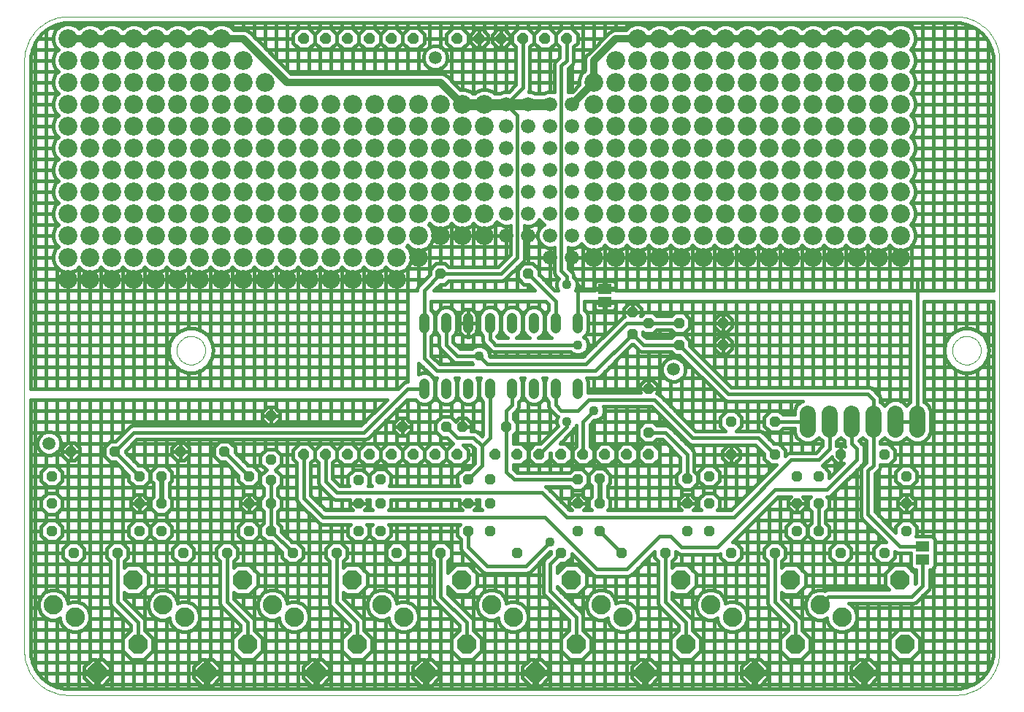
<source format=gtl>
G75*
G70*
%OFA0B0*%
%FSLAX24Y24*%
%IPPOS*%
%LPD*%
%AMOC8*
5,1,8,0,0,1.08239X$1,22.5*
%
%ADD10C,0.0000*%
%ADD11OC8,0.0885*%
%ADD12C,0.0885*%
%ADD13OC8,0.0480*%
%ADD14C,0.0480*%
%ADD15C,0.0740*%
%ADD16OC8,0.0500*%
%ADD17R,0.0630X0.0460*%
%ADD18C,0.0591*%
%ADD19C,0.0160*%
%ADD20C,0.0436*%
%ADD21C,0.0860*%
%ADD22C,0.0660*%
%ADD23C,0.0240*%
%ADD24C,0.0500*%
%ADD25C,0.0320*%
D10*
X002703Y001338D02*
X043203Y001338D01*
X043298Y001340D01*
X043393Y001347D01*
X043488Y001358D01*
X043582Y001374D01*
X043675Y001394D01*
X043766Y001419D01*
X043857Y001448D01*
X043946Y001481D01*
X044034Y001519D01*
X044119Y001560D01*
X044203Y001606D01*
X044284Y001655D01*
X044363Y001709D01*
X044439Y001766D01*
X044513Y001827D01*
X044583Y001891D01*
X044650Y001958D01*
X044714Y002028D01*
X044775Y002102D01*
X044832Y002178D01*
X044886Y002257D01*
X044935Y002338D01*
X044981Y002422D01*
X045022Y002507D01*
X045060Y002595D01*
X045093Y002684D01*
X045122Y002775D01*
X045147Y002866D01*
X045167Y002959D01*
X045183Y003053D01*
X045194Y003148D01*
X045201Y003243D01*
X045203Y003338D01*
X045203Y030338D01*
X045201Y030433D01*
X045194Y030528D01*
X045183Y030623D01*
X045167Y030717D01*
X045147Y030810D01*
X045122Y030901D01*
X045093Y030992D01*
X045060Y031081D01*
X045022Y031169D01*
X044981Y031254D01*
X044935Y031338D01*
X044886Y031419D01*
X044832Y031498D01*
X044775Y031574D01*
X044714Y031648D01*
X044650Y031718D01*
X044583Y031785D01*
X044513Y031849D01*
X044439Y031910D01*
X044363Y031967D01*
X044284Y032021D01*
X044203Y032070D01*
X044119Y032116D01*
X044034Y032157D01*
X043946Y032195D01*
X043857Y032228D01*
X043766Y032257D01*
X043675Y032282D01*
X043582Y032302D01*
X043488Y032318D01*
X043393Y032329D01*
X043298Y032336D01*
X043203Y032338D01*
X002703Y032338D01*
X002608Y032336D01*
X002513Y032329D01*
X002418Y032318D01*
X002324Y032302D01*
X002231Y032282D01*
X002140Y032257D01*
X002049Y032228D01*
X001960Y032195D01*
X001872Y032157D01*
X001787Y032116D01*
X001703Y032070D01*
X001622Y032021D01*
X001543Y031967D01*
X001467Y031910D01*
X001393Y031849D01*
X001323Y031785D01*
X001256Y031718D01*
X001192Y031648D01*
X001131Y031574D01*
X001074Y031498D01*
X001020Y031419D01*
X000971Y031338D01*
X000925Y031254D01*
X000884Y031169D01*
X000846Y031081D01*
X000813Y030992D01*
X000784Y030901D01*
X000759Y030810D01*
X000739Y030717D01*
X000723Y030623D01*
X000712Y030528D01*
X000705Y030433D01*
X000703Y030338D01*
X000703Y003338D01*
X000705Y003243D01*
X000712Y003148D01*
X000723Y003053D01*
X000739Y002959D01*
X000759Y002866D01*
X000784Y002775D01*
X000813Y002684D01*
X000846Y002595D01*
X000884Y002507D01*
X000925Y002422D01*
X000971Y002338D01*
X001020Y002257D01*
X001074Y002178D01*
X001131Y002102D01*
X001192Y002028D01*
X001256Y001958D01*
X001323Y001891D01*
X001393Y001827D01*
X001467Y001766D01*
X001543Y001709D01*
X001622Y001655D01*
X001703Y001606D01*
X001787Y001560D01*
X001872Y001519D01*
X001960Y001481D01*
X002049Y001448D01*
X002140Y001419D01*
X002231Y001394D01*
X002324Y001374D01*
X002418Y001358D01*
X002513Y001347D01*
X002608Y001340D01*
X002703Y001338D01*
X007653Y017088D02*
X007655Y017138D01*
X007661Y017188D01*
X007671Y017238D01*
X007684Y017286D01*
X007701Y017334D01*
X007722Y017380D01*
X007746Y017424D01*
X007774Y017466D01*
X007805Y017506D01*
X007839Y017543D01*
X007876Y017578D01*
X007915Y017609D01*
X007956Y017638D01*
X008000Y017663D01*
X008046Y017685D01*
X008093Y017703D01*
X008141Y017717D01*
X008190Y017728D01*
X008240Y017735D01*
X008290Y017738D01*
X008341Y017737D01*
X008391Y017732D01*
X008441Y017723D01*
X008489Y017711D01*
X008537Y017694D01*
X008583Y017674D01*
X008628Y017651D01*
X008671Y017624D01*
X008711Y017594D01*
X008749Y017561D01*
X008784Y017525D01*
X008817Y017486D01*
X008846Y017445D01*
X008872Y017402D01*
X008895Y017357D01*
X008914Y017310D01*
X008929Y017262D01*
X008941Y017213D01*
X008949Y017163D01*
X008953Y017113D01*
X008953Y017063D01*
X008949Y017013D01*
X008941Y016963D01*
X008929Y016914D01*
X008914Y016866D01*
X008895Y016819D01*
X008872Y016774D01*
X008846Y016731D01*
X008817Y016690D01*
X008784Y016651D01*
X008749Y016615D01*
X008711Y016582D01*
X008671Y016552D01*
X008628Y016525D01*
X008583Y016502D01*
X008537Y016482D01*
X008489Y016465D01*
X008441Y016453D01*
X008391Y016444D01*
X008341Y016439D01*
X008290Y016438D01*
X008240Y016441D01*
X008190Y016448D01*
X008141Y016459D01*
X008093Y016473D01*
X008046Y016491D01*
X008000Y016513D01*
X007956Y016538D01*
X007915Y016567D01*
X007876Y016598D01*
X007839Y016633D01*
X007805Y016670D01*
X007774Y016710D01*
X007746Y016752D01*
X007722Y016796D01*
X007701Y016842D01*
X007684Y016890D01*
X007671Y016938D01*
X007661Y016988D01*
X007655Y017038D01*
X007653Y017088D01*
X043053Y017088D02*
X043055Y017138D01*
X043061Y017188D01*
X043071Y017238D01*
X043084Y017286D01*
X043101Y017334D01*
X043122Y017380D01*
X043146Y017424D01*
X043174Y017466D01*
X043205Y017506D01*
X043239Y017543D01*
X043276Y017578D01*
X043315Y017609D01*
X043356Y017638D01*
X043400Y017663D01*
X043446Y017685D01*
X043493Y017703D01*
X043541Y017717D01*
X043590Y017728D01*
X043640Y017735D01*
X043690Y017738D01*
X043741Y017737D01*
X043791Y017732D01*
X043841Y017723D01*
X043889Y017711D01*
X043937Y017694D01*
X043983Y017674D01*
X044028Y017651D01*
X044071Y017624D01*
X044111Y017594D01*
X044149Y017561D01*
X044184Y017525D01*
X044217Y017486D01*
X044246Y017445D01*
X044272Y017402D01*
X044295Y017357D01*
X044314Y017310D01*
X044329Y017262D01*
X044341Y017213D01*
X044349Y017163D01*
X044353Y017113D01*
X044353Y017063D01*
X044349Y017013D01*
X044341Y016963D01*
X044329Y016914D01*
X044314Y016866D01*
X044295Y016819D01*
X044272Y016774D01*
X044246Y016731D01*
X044217Y016690D01*
X044184Y016651D01*
X044149Y016615D01*
X044111Y016582D01*
X044071Y016552D01*
X044028Y016525D01*
X043983Y016502D01*
X043937Y016482D01*
X043889Y016465D01*
X043841Y016453D01*
X043791Y016444D01*
X043741Y016439D01*
X043690Y016438D01*
X043640Y016441D01*
X043590Y016448D01*
X043541Y016459D01*
X043493Y016473D01*
X043446Y016491D01*
X043400Y016513D01*
X043356Y016538D01*
X043315Y016567D01*
X043276Y016598D01*
X043239Y016633D01*
X043205Y016670D01*
X043174Y016710D01*
X043146Y016752D01*
X043122Y016796D01*
X043101Y016842D01*
X043084Y016890D01*
X043071Y016938D01*
X043061Y016988D01*
X043055Y017038D01*
X043053Y017088D01*
D11*
X040673Y006598D03*
X040883Y003648D03*
X039033Y002368D03*
X035883Y003648D03*
X034033Y002368D03*
X030883Y003648D03*
X029033Y002368D03*
X025883Y003648D03*
X024033Y002368D03*
X020883Y003648D03*
X019033Y002368D03*
X015883Y003648D03*
X014033Y002368D03*
X010883Y003648D03*
X009033Y002368D03*
X005883Y003648D03*
X004033Y002368D03*
X005673Y006598D03*
X010673Y006598D03*
X015673Y006598D03*
X020673Y006598D03*
X025673Y006598D03*
X030673Y006598D03*
X035673Y006598D03*
D12*
X037023Y005458D03*
X038013Y004908D03*
X033013Y004908D03*
X032023Y005458D03*
X028013Y004908D03*
X027023Y005458D03*
X023013Y004908D03*
X022023Y005458D03*
X018013Y004908D03*
X017023Y005458D03*
X013013Y004908D03*
X012023Y005458D03*
X008013Y004908D03*
X007023Y005458D03*
X003013Y004908D03*
X002023Y005458D03*
D13*
X002953Y007838D03*
X001953Y008838D03*
X001953Y010088D03*
X001953Y011338D03*
X002828Y012463D03*
X004828Y012463D03*
X005953Y011338D03*
X006953Y011338D03*
X007828Y012463D03*
X009828Y012463D03*
X010953Y011338D03*
X011953Y011151D03*
X011953Y012088D03*
X011953Y010088D03*
X010953Y010088D03*
X010953Y008838D03*
X011953Y008838D03*
X012941Y007838D03*
X014941Y007838D03*
X015953Y008838D03*
X016953Y008838D03*
X017703Y007838D03*
X019703Y007838D03*
X020953Y008838D03*
X021953Y008838D03*
X023203Y007838D03*
X025203Y007838D03*
X025953Y008838D03*
X026953Y008838D03*
X027953Y007838D03*
X029953Y007838D03*
X030953Y008838D03*
X031953Y008838D03*
X032953Y007838D03*
X034953Y007838D03*
X035953Y008838D03*
X036953Y008838D03*
X037953Y007838D03*
X039953Y007838D03*
X040953Y008838D03*
X040953Y010088D03*
X040953Y011338D03*
X039953Y012338D03*
X037953Y012338D03*
X036953Y011338D03*
X035953Y011338D03*
X034953Y012338D03*
X032953Y012338D03*
X031953Y011338D03*
X030953Y011213D03*
X030953Y010088D03*
X031953Y010088D03*
X035953Y010088D03*
X036953Y010088D03*
X034953Y013838D03*
X032953Y013838D03*
X029203Y013338D03*
X029203Y015338D03*
X030578Y017338D03*
X030578Y018338D03*
X029203Y018338D03*
X028453Y017838D03*
X028453Y018838D03*
X032578Y018338D03*
X032578Y017338D03*
X026953Y011213D03*
X025953Y011188D03*
X025953Y010088D03*
X026953Y010088D03*
X021953Y010088D03*
X020953Y010088D03*
X020953Y011188D03*
X021953Y011188D03*
X022703Y013588D03*
X020703Y013588D03*
X019953Y013588D03*
X017953Y013588D03*
X016953Y011188D03*
X015953Y011151D03*
X015953Y010088D03*
X016953Y010088D03*
X011953Y014088D03*
X006953Y010088D03*
X005953Y010088D03*
X005953Y008838D03*
X006953Y008838D03*
X007953Y007838D03*
X009953Y007838D03*
X004953Y007838D03*
X019703Y020588D03*
X023703Y020588D03*
D14*
X023953Y018578D02*
X023953Y018098D01*
X022953Y018098D02*
X022953Y018578D01*
X021953Y018578D02*
X021953Y018098D01*
X020953Y018098D02*
X020953Y018578D01*
X019953Y018578D02*
X019953Y018098D01*
X018953Y018098D02*
X018953Y018578D01*
X018953Y015578D02*
X018953Y015098D01*
X019953Y015098D02*
X019953Y015578D01*
X020953Y015578D02*
X020953Y015098D01*
X021953Y015098D02*
X021953Y015578D01*
X022953Y015578D02*
X022953Y015098D01*
X023953Y015098D02*
X023953Y015578D01*
X024953Y015578D02*
X024953Y015098D01*
X025953Y015098D02*
X025953Y015578D01*
X025953Y018098D02*
X025953Y018578D01*
X024953Y018578D02*
X024953Y018098D01*
D15*
X036453Y014208D02*
X036453Y013468D01*
X037453Y013468D02*
X037453Y014208D01*
X038453Y014208D02*
X038453Y013468D01*
X039453Y013468D02*
X039453Y014208D01*
X040453Y014208D02*
X040453Y013468D01*
X041453Y013468D02*
X041453Y014208D01*
D16*
X029203Y012338D03*
X028203Y012338D03*
X027203Y012338D03*
X026203Y012338D03*
X025203Y012338D03*
X024203Y012338D03*
X023203Y012338D03*
X022203Y012338D03*
X020453Y012338D03*
X019453Y012338D03*
X018453Y012338D03*
X017453Y012338D03*
X016453Y012338D03*
X015453Y012338D03*
X014453Y012338D03*
X013453Y012338D03*
X013453Y031338D03*
X014453Y031338D03*
X015453Y031338D03*
X016453Y031338D03*
X017453Y031338D03*
X018453Y031338D03*
X020453Y031338D03*
X021453Y031338D03*
X022453Y031338D03*
X023453Y031338D03*
X024453Y031338D03*
X025453Y031338D03*
D17*
X027203Y019888D03*
X027203Y019288D03*
X041703Y008138D03*
X041703Y007538D03*
D18*
X030328Y016213D03*
X019453Y030463D03*
X001828Y012838D03*
D19*
X001703Y004852D02*
X001703Y001949D01*
X001788Y001882D02*
X001487Y002122D01*
X001247Y002423D01*
X001080Y002770D01*
X000994Y003146D01*
X000983Y003338D01*
X000983Y003387D01*
X000983Y003394D01*
X000983Y014838D01*
X017251Y014838D01*
X016071Y013658D01*
X005767Y013658D01*
X005640Y013658D01*
X005522Y013610D01*
X004856Y012943D01*
X004629Y012943D01*
X004348Y012662D01*
X004348Y012264D01*
X004629Y011983D01*
X004856Y011983D01*
X005473Y011366D01*
X005473Y011139D01*
X005754Y010858D01*
X006152Y010858D01*
X006433Y011139D01*
X006433Y011537D01*
X006152Y011818D01*
X005926Y011818D01*
X005308Y012436D01*
X005308Y012491D01*
X005836Y013018D01*
X016267Y013018D01*
X016385Y013067D01*
X016475Y013157D01*
X018156Y014838D01*
X018541Y014838D01*
X018546Y014826D01*
X018681Y014691D01*
X018858Y014618D01*
X019049Y014618D01*
X019225Y014691D01*
X019360Y014826D01*
X019433Y015003D01*
X019433Y015674D01*
X019360Y015850D01*
X019225Y015985D01*
X019049Y016058D01*
X018858Y016058D01*
X018703Y015994D01*
X018703Y016511D01*
X018772Y016442D01*
X019245Y015970D01*
X019245Y015969D01*
X019335Y015879D01*
X019452Y015831D01*
X019452Y015831D01*
X019538Y015831D01*
X019473Y015674D01*
X019473Y015003D01*
X019546Y014826D01*
X019681Y014691D01*
X019858Y014618D01*
X020049Y014618D01*
X020225Y014691D01*
X020360Y014826D01*
X020433Y015003D01*
X020433Y015674D01*
X020368Y015831D01*
X020538Y015831D01*
X020473Y015674D01*
X020473Y015003D01*
X020546Y014826D01*
X020681Y014691D01*
X020858Y014618D01*
X021049Y014618D01*
X021225Y014691D01*
X021360Y014826D01*
X021433Y015003D01*
X021433Y015674D01*
X021368Y015831D01*
X021538Y015831D01*
X021473Y015674D01*
X021473Y015003D01*
X021546Y014826D01*
X021633Y014739D01*
X021633Y013221D01*
X021578Y013166D01*
X021385Y013360D01*
X021267Y013408D01*
X021140Y013408D01*
X021089Y013408D01*
X021103Y013423D01*
X021103Y013588D01*
X020704Y013588D01*
X020704Y013588D01*
X021103Y013588D01*
X021103Y013754D01*
X020869Y013988D01*
X020703Y013988D01*
X020538Y013988D01*
X020385Y013835D01*
X020152Y014068D01*
X019754Y014068D01*
X019473Y013787D01*
X019473Y013389D01*
X019754Y013108D01*
X019981Y013108D01*
X020182Y012907D01*
X020261Y012828D01*
X020250Y012828D01*
X019963Y012541D01*
X019963Y012135D01*
X020250Y011848D01*
X020656Y011848D01*
X020943Y012135D01*
X020943Y012541D01*
X020716Y012768D01*
X021071Y012768D01*
X021258Y012581D01*
X021258Y011946D01*
X020981Y011668D01*
X020754Y011668D01*
X020473Y011387D01*
X020473Y010989D01*
X020555Y010908D01*
X017352Y010908D01*
X017433Y010989D01*
X017433Y011387D01*
X017152Y011668D01*
X016754Y011668D01*
X016473Y011387D01*
X016473Y010989D01*
X016555Y010908D01*
X016389Y010908D01*
X016433Y010952D01*
X016433Y011350D01*
X016152Y011631D01*
X015754Y011631D01*
X015473Y011350D01*
X015473Y010952D01*
X015517Y010908D01*
X015086Y010908D01*
X014773Y011221D01*
X014773Y011965D01*
X014943Y012135D01*
X014943Y012541D01*
X014656Y012828D01*
X014250Y012828D01*
X013963Y012541D01*
X013963Y012135D01*
X014133Y011965D01*
X014133Y011152D01*
X014133Y011025D01*
X014182Y010907D01*
X014682Y010407D01*
X014772Y010317D01*
X014890Y010268D01*
X015568Y010268D01*
X015553Y010254D01*
X015553Y010088D01*
X015553Y009923D01*
X015693Y009783D01*
X014461Y009783D01*
X013773Y010471D01*
X013773Y011965D01*
X013943Y012135D01*
X013943Y012541D01*
X013656Y012828D01*
X013250Y012828D01*
X012963Y012541D01*
X012963Y012135D01*
X013133Y011965D01*
X013133Y010275D01*
X013182Y010157D01*
X013272Y010067D01*
X014057Y009282D01*
X014057Y009282D01*
X014147Y009192D01*
X014265Y009143D01*
X015580Y009143D01*
X015473Y009037D01*
X015473Y008639D01*
X015754Y008358D01*
X016152Y008358D01*
X016433Y008639D01*
X016433Y009037D01*
X016327Y009143D01*
X016580Y009143D01*
X016473Y009037D01*
X016473Y008639D01*
X016754Y008358D01*
X017152Y008358D01*
X017433Y008639D01*
X017433Y009037D01*
X017327Y009143D01*
X020580Y009143D01*
X020473Y009037D01*
X020473Y008639D01*
X020633Y008479D01*
X020633Y008025D01*
X020682Y007907D01*
X020772Y007817D01*
X021557Y007032D01*
X021557Y007032D01*
X021647Y006942D01*
X021765Y006893D01*
X023515Y006893D01*
X023642Y006893D01*
X023760Y006942D01*
X024698Y007880D01*
X024723Y007880D01*
X024723Y007811D01*
X024432Y007520D01*
X024383Y007402D01*
X024383Y007275D01*
X024383Y006025D01*
X024432Y005907D01*
X024522Y005817D01*
X025563Y004776D01*
X025563Y004293D01*
X025201Y003931D01*
X025201Y003366D01*
X025601Y002966D01*
X026166Y002966D01*
X026566Y003366D01*
X026566Y003931D01*
X026203Y004293D01*
X026203Y006163D01*
X026356Y006316D02*
X025956Y005916D01*
X025391Y005916D01*
X025023Y006283D01*
X025023Y006221D01*
X026155Y005090D01*
X026203Y004972D01*
X026203Y004845D01*
X026203Y004293D01*
X026203Y004338D02*
X027618Y004338D01*
X027627Y004330D02*
X027878Y004226D01*
X028149Y004226D01*
X028400Y004330D01*
X028592Y004522D01*
X028696Y004772D01*
X028696Y005044D01*
X028592Y005295D01*
X028400Y005487D01*
X028149Y005591D01*
X027878Y005591D01*
X027706Y005520D01*
X027706Y005594D01*
X027602Y005845D01*
X027410Y006037D01*
X027159Y006141D01*
X026888Y006141D01*
X026637Y006037D01*
X026445Y005845D01*
X026341Y005594D01*
X026341Y005322D01*
X026445Y005072D01*
X026637Y004880D01*
X026888Y004776D01*
X027159Y004776D01*
X027331Y004847D01*
X027331Y004772D01*
X027435Y004522D01*
X027627Y004330D01*
X027703Y004298D02*
X027703Y001618D01*
X027203Y001618D02*
X027203Y004794D01*
X027310Y004838D02*
X027331Y004838D01*
X026737Y004838D02*
X026203Y004838D01*
X025883Y004908D02*
X024703Y006088D01*
X024703Y007338D01*
X025203Y007838D01*
X024723Y007838D02*
X024656Y007838D01*
X024703Y007880D02*
X024703Y007791D01*
X024383Y007338D02*
X024156Y007338D01*
X024203Y007386D02*
X024203Y002971D01*
X024283Y002971D02*
X024101Y002971D01*
X024101Y002436D01*
X023966Y002436D01*
X023966Y002971D01*
X023784Y002971D01*
X023431Y002618D01*
X023431Y002436D01*
X023966Y002436D01*
X023966Y002301D01*
X023431Y002301D01*
X023431Y002119D01*
X023784Y001766D01*
X023966Y001766D01*
X023966Y002301D01*
X024101Y002301D01*
X024101Y002436D01*
X024636Y002436D01*
X024636Y002618D01*
X024283Y002971D01*
X024415Y002838D02*
X028651Y002838D01*
X028703Y002890D02*
X028703Y007136D01*
X028906Y007338D02*
X029633Y007338D01*
X029633Y007479D02*
X029633Y005652D01*
X029633Y005525D01*
X029682Y005407D01*
X030563Y004526D01*
X030563Y004293D01*
X030201Y003931D01*
X030201Y003366D01*
X030601Y002966D01*
X031166Y002966D01*
X031566Y003366D01*
X031566Y003931D01*
X031203Y004293D01*
X031203Y006163D01*
X031356Y006316D02*
X030956Y005916D01*
X030391Y005916D01*
X030273Y006033D01*
X030273Y005721D01*
X031155Y004840D01*
X031203Y004722D01*
X031203Y004595D01*
X031203Y004293D01*
X031203Y004338D02*
X032618Y004338D01*
X032627Y004330D02*
X032878Y004226D01*
X033149Y004226D01*
X033400Y004330D01*
X033592Y004522D01*
X033696Y004772D01*
X033696Y005044D01*
X033592Y005295D01*
X033400Y005487D01*
X033149Y005591D01*
X032878Y005591D01*
X032706Y005520D01*
X032706Y005594D01*
X032602Y005845D01*
X032410Y006037D01*
X032159Y006141D01*
X031888Y006141D01*
X031637Y006037D01*
X031445Y005845D01*
X031341Y005594D01*
X031341Y005322D01*
X031445Y005072D01*
X031637Y004880D01*
X031888Y004776D01*
X032159Y004776D01*
X032331Y004847D01*
X032331Y004772D01*
X032435Y004522D01*
X032627Y004330D01*
X032703Y004298D02*
X032703Y001618D01*
X032203Y001618D02*
X032203Y004794D01*
X032310Y004838D02*
X032331Y004838D01*
X031737Y004838D02*
X031155Y004838D01*
X030883Y004658D02*
X029953Y005588D01*
X029953Y007838D01*
X029473Y007838D02*
X029406Y007838D01*
X029473Y007906D02*
X029473Y007639D01*
X029633Y007479D01*
X029203Y007636D02*
X029203Y002971D01*
X029283Y002971D02*
X029101Y002971D01*
X029101Y002436D01*
X028966Y002436D01*
X028966Y002971D01*
X028784Y002971D01*
X028431Y002618D01*
X028431Y002436D01*
X028966Y002436D01*
X028966Y002301D01*
X028431Y002301D01*
X028431Y002119D01*
X028784Y001766D01*
X028966Y001766D01*
X028966Y002301D01*
X029101Y002301D01*
X029101Y002436D01*
X029636Y002436D01*
X029636Y002618D01*
X029283Y002971D01*
X029415Y002838D02*
X033651Y002838D01*
X033703Y002890D02*
X033703Y009011D01*
X033531Y008838D02*
X035473Y008838D01*
X035473Y008639D02*
X035754Y008358D01*
X036152Y008358D01*
X036433Y008639D01*
X036433Y009037D01*
X036152Y009318D01*
X035754Y009318D01*
X035473Y009037D01*
X035473Y008639D01*
X035703Y008409D02*
X035703Y007281D01*
X035956Y007281D02*
X035391Y007281D01*
X035273Y007163D01*
X035273Y007479D01*
X035433Y007639D01*
X035433Y008037D01*
X035152Y008318D01*
X034754Y008318D01*
X034473Y008037D01*
X034473Y007639D01*
X034633Y007479D01*
X034633Y005652D01*
X034633Y005525D01*
X034682Y005407D01*
X035563Y004526D01*
X035563Y004293D01*
X035201Y003931D01*
X035201Y003366D01*
X035601Y002966D01*
X036166Y002966D01*
X036566Y003366D01*
X036566Y003931D01*
X036203Y004293D01*
X036203Y006163D01*
X036356Y006316D02*
X035956Y005916D01*
X035391Y005916D01*
X035273Y006033D01*
X035273Y005721D01*
X036155Y004840D01*
X036203Y004722D01*
X036203Y004595D01*
X036203Y004293D01*
X036203Y004338D02*
X037618Y004338D01*
X037627Y004330D02*
X037878Y004226D01*
X038149Y004226D01*
X038400Y004330D01*
X038592Y004522D01*
X038696Y004772D01*
X038696Y005044D01*
X038592Y005295D01*
X038400Y005487D01*
X038324Y005518D01*
X041267Y005518D01*
X041385Y005567D01*
X041475Y005657D01*
X041975Y006157D01*
X042023Y006275D01*
X042023Y006402D01*
X042023Y007068D01*
X042066Y007068D01*
X042154Y007105D01*
X042222Y007172D01*
X042258Y007261D01*
X042258Y007816D01*
X042249Y007838D01*
X042258Y007861D01*
X042258Y008416D01*
X042222Y008504D01*
X042154Y008572D01*
X042066Y008608D01*
X041402Y008608D01*
X041433Y008639D01*
X041433Y009037D01*
X041152Y009318D01*
X040754Y009318D01*
X040473Y009037D01*
X040473Y008771D01*
X039523Y009721D01*
X039523Y011456D01*
X039635Y011567D01*
X039725Y011657D01*
X039773Y011775D01*
X039773Y011858D01*
X040152Y011858D01*
X040433Y012139D01*
X040433Y012537D01*
X040152Y012818D01*
X039773Y012818D01*
X039773Y012941D01*
X039799Y012951D01*
X039953Y013106D01*
X040108Y012951D01*
X040332Y012858D01*
X040575Y012858D01*
X040799Y012951D01*
X040953Y013106D01*
X041108Y012951D01*
X041332Y012858D01*
X041575Y012858D01*
X041799Y012951D01*
X041970Y013123D01*
X042063Y013347D01*
X042063Y014330D01*
X041970Y014554D01*
X041799Y014725D01*
X041773Y014736D01*
X041773Y019338D01*
X044923Y019338D01*
X044923Y003338D01*
X041539Y003338D01*
X041566Y003366D02*
X041166Y002966D01*
X040601Y002966D01*
X040201Y003366D01*
X040201Y003931D01*
X040601Y004331D01*
X041166Y004331D01*
X041566Y003931D01*
X041566Y003366D01*
X041566Y003838D02*
X044923Y003838D01*
X044923Y003338D02*
X044912Y003146D01*
X044827Y002770D01*
X044660Y002423D01*
X044420Y002122D01*
X044118Y001882D01*
X043771Y001715D01*
X043396Y001629D01*
X043203Y001618D01*
X043203Y016196D01*
X043191Y016200D02*
X043525Y016078D01*
X043525Y016078D01*
X043648Y016078D01*
X043648Y016078D01*
X043677Y016078D01*
X043703Y016078D01*
X043703Y001699D01*
X044028Y001838D02*
X039355Y001838D01*
X039283Y001766D02*
X039636Y002119D01*
X039636Y002301D01*
X039101Y002301D01*
X039101Y002436D01*
X038966Y002436D01*
X038966Y002971D01*
X038784Y002971D01*
X038431Y002618D01*
X038431Y002436D01*
X038966Y002436D01*
X038966Y002301D01*
X038431Y002301D01*
X038431Y002119D01*
X038784Y001766D01*
X038966Y001766D01*
X038966Y002301D01*
X039101Y002301D01*
X039101Y001766D01*
X039283Y001766D01*
X039203Y001766D02*
X039203Y001618D01*
X039101Y001838D02*
X038966Y001838D01*
X038711Y001838D02*
X034355Y001838D01*
X034283Y001766D02*
X034636Y002119D01*
X034636Y002301D01*
X034101Y002301D01*
X034101Y002436D01*
X033966Y002436D01*
X033966Y002971D01*
X033784Y002971D01*
X033431Y002618D01*
X033431Y002436D01*
X033966Y002436D01*
X033966Y002301D01*
X033431Y002301D01*
X033431Y002119D01*
X033784Y001766D01*
X033966Y001766D01*
X033966Y002301D01*
X034101Y002301D01*
X034101Y001766D01*
X034283Y001766D01*
X034203Y001766D02*
X034203Y001618D01*
X034101Y001838D02*
X033966Y001838D01*
X033711Y001838D02*
X029355Y001838D01*
X029283Y001766D02*
X029636Y002119D01*
X029636Y002301D01*
X029101Y002301D01*
X029101Y001766D01*
X029283Y001766D01*
X029203Y001766D02*
X029203Y001618D01*
X029101Y001838D02*
X028966Y001838D01*
X028711Y001838D02*
X024355Y001838D01*
X024283Y001766D02*
X024636Y002119D01*
X024636Y002301D01*
X024101Y002301D01*
X024101Y001766D01*
X024283Y001766D01*
X024203Y001766D02*
X024203Y001618D01*
X024101Y001838D02*
X023966Y001838D01*
X023711Y001838D02*
X019355Y001838D01*
X019283Y001766D02*
X019636Y002119D01*
X019636Y002301D01*
X019101Y002301D01*
X019101Y002436D01*
X018966Y002436D01*
X018966Y002971D01*
X018784Y002971D01*
X018431Y002618D01*
X018431Y002436D01*
X018966Y002436D01*
X018966Y002301D01*
X018431Y002301D01*
X018431Y002119D01*
X018784Y001766D01*
X018966Y001766D01*
X018966Y002301D01*
X019101Y002301D01*
X019101Y001766D01*
X019283Y001766D01*
X019203Y001766D02*
X019203Y001618D01*
X019101Y001838D02*
X018966Y001838D01*
X018711Y001838D02*
X014355Y001838D01*
X014283Y001766D02*
X014636Y002119D01*
X014636Y002301D01*
X014101Y002301D01*
X014101Y002436D01*
X013966Y002436D01*
X013966Y002971D01*
X013784Y002971D01*
X013431Y002618D01*
X013431Y002436D01*
X013966Y002436D01*
X013966Y002301D01*
X013431Y002301D01*
X013431Y002119D01*
X013784Y001766D01*
X013966Y001766D01*
X013966Y002301D01*
X014101Y002301D01*
X014101Y001766D01*
X014283Y001766D01*
X014203Y001766D02*
X014203Y001618D01*
X014101Y001838D02*
X013966Y001838D01*
X013711Y001838D02*
X009355Y001838D01*
X009283Y001766D02*
X009636Y002119D01*
X009636Y002301D01*
X009101Y002301D01*
X009101Y002436D01*
X008966Y002436D01*
X008966Y002971D01*
X008784Y002971D01*
X008431Y002618D01*
X008431Y002436D01*
X008966Y002436D01*
X008966Y002301D01*
X008431Y002301D01*
X008431Y002119D01*
X008784Y001766D01*
X008966Y001766D01*
X008966Y002301D01*
X009101Y002301D01*
X009101Y001766D01*
X009283Y001766D01*
X009203Y001766D02*
X009203Y001618D01*
X009101Y001838D02*
X008966Y001838D01*
X008711Y001838D02*
X004355Y001838D01*
X004283Y001766D02*
X004636Y002119D01*
X004636Y002301D01*
X004101Y002301D01*
X004101Y002436D01*
X003966Y002436D01*
X003966Y002971D01*
X003784Y002971D01*
X003431Y002618D01*
X003431Y002436D01*
X003966Y002436D01*
X003966Y002301D01*
X003431Y002301D01*
X003431Y002119D01*
X003784Y001766D01*
X003966Y001766D01*
X003966Y002301D01*
X004101Y002301D01*
X004101Y001766D01*
X004283Y001766D01*
X004203Y001766D02*
X004203Y001618D01*
X004101Y001838D02*
X003966Y001838D01*
X003711Y001838D02*
X001879Y001838D01*
X001788Y001882D02*
X002135Y001715D01*
X002511Y001629D01*
X002703Y001618D01*
X043203Y001618D01*
X042703Y001618D02*
X042703Y016943D01*
X042722Y016838D02*
X041773Y016838D01*
X041773Y017338D02*
X042722Y017338D01*
X042740Y017439D02*
X042678Y017088D01*
X042740Y016738D01*
X042740Y016737D01*
X042918Y016429D01*
X043191Y016200D01*
X043191Y016200D01*
X043026Y016338D02*
X041773Y016338D01*
X041773Y015838D02*
X044923Y015838D01*
X044923Y016338D02*
X044381Y016338D01*
X044489Y016429D02*
X044216Y016200D01*
X044216Y016200D01*
X043881Y016078D01*
X043881Y016078D01*
X043759Y016078D01*
X043759Y016078D01*
X043722Y016078D01*
X043703Y016078D01*
X044203Y016195D02*
X044203Y001950D01*
X044592Y002338D02*
X039101Y002338D01*
X039101Y002436D02*
X039636Y002436D01*
X039636Y002618D01*
X039283Y002971D01*
X039101Y002971D01*
X039101Y002436D01*
X039203Y002436D02*
X039203Y002301D01*
X038966Y002338D02*
X034101Y002338D01*
X034101Y002436D02*
X034636Y002436D01*
X034636Y002618D01*
X034283Y002971D01*
X034101Y002971D01*
X034101Y002436D01*
X034203Y002436D02*
X034203Y002301D01*
X033966Y002338D02*
X029101Y002338D01*
X029203Y002301D02*
X029203Y002436D01*
X028966Y002338D02*
X024101Y002338D01*
X024203Y002301D02*
X024203Y002436D01*
X023966Y002338D02*
X019101Y002338D01*
X019101Y002436D02*
X019636Y002436D01*
X019636Y002618D01*
X019283Y002971D01*
X019101Y002971D01*
X019101Y002436D01*
X019203Y002436D02*
X019203Y002301D01*
X018966Y002338D02*
X014101Y002338D01*
X014101Y002436D02*
X014636Y002436D01*
X014636Y002618D01*
X014283Y002971D01*
X014101Y002971D01*
X014101Y002436D01*
X014203Y002436D02*
X014203Y002301D01*
X013966Y002338D02*
X009101Y002338D01*
X009101Y002436D02*
X009636Y002436D01*
X009636Y002618D01*
X009283Y002971D01*
X009101Y002971D01*
X009101Y002436D01*
X009203Y002436D02*
X009203Y002301D01*
X008966Y002338D02*
X004101Y002338D01*
X004101Y002436D02*
X004636Y002436D01*
X004636Y002618D01*
X004283Y002971D01*
X004101Y002971D01*
X004101Y002436D01*
X004203Y002436D02*
X004203Y002301D01*
X003966Y002338D02*
X001315Y002338D01*
X001203Y002514D02*
X001203Y014838D01*
X001203Y015338D02*
X001203Y031163D01*
X001247Y031253D02*
X001080Y030906D01*
X000994Y030531D01*
X000983Y030338D01*
X002033Y030338D01*
X002033Y030205D02*
X002033Y030472D01*
X002135Y030718D01*
X002256Y030838D01*
X002135Y030959D01*
X002033Y031205D01*
X002033Y031472D01*
X002135Y031718D01*
X002324Y031906D01*
X002570Y032008D01*
X002837Y032008D01*
X003083Y031906D01*
X003203Y031786D01*
X003324Y031906D01*
X003570Y032008D01*
X003837Y032008D01*
X004083Y031906D01*
X004203Y031786D01*
X004324Y031906D01*
X004570Y032008D01*
X004837Y032008D01*
X005083Y031906D01*
X005203Y031786D01*
X005203Y032058D01*
X005324Y031906D02*
X005203Y031786D01*
X005151Y031838D02*
X005256Y031838D01*
X005324Y031906D02*
X005570Y032008D01*
X005837Y032008D01*
X006083Y031906D01*
X006203Y031786D01*
X006324Y031906D01*
X006570Y032008D01*
X006837Y032008D01*
X007083Y031906D01*
X007203Y031786D01*
X007324Y031906D01*
X007570Y032008D01*
X007837Y032008D01*
X008083Y031906D01*
X008203Y031786D01*
X008324Y031906D01*
X008570Y032008D01*
X008837Y032008D01*
X009083Y031906D01*
X009203Y031786D01*
X009324Y031906D01*
X009570Y032008D01*
X009837Y032008D01*
X010083Y031906D01*
X010251Y031738D01*
X010783Y031738D01*
X010930Y031677D01*
X011042Y031565D01*
X011042Y031565D01*
X012869Y029738D01*
X019783Y029738D01*
X019930Y029677D01*
X020042Y029565D01*
X020042Y029565D01*
X020599Y029008D01*
X020837Y029008D01*
X021083Y028906D01*
X021161Y028828D01*
X021246Y028828D01*
X021324Y028906D01*
X021570Y029008D01*
X021837Y029008D01*
X022083Y028906D01*
X022161Y028828D01*
X022397Y028828D01*
X022590Y028908D01*
X022817Y028908D01*
X022820Y028907D01*
X023133Y029221D01*
X023133Y030965D01*
X022963Y031135D01*
X022963Y031541D01*
X023250Y031828D01*
X023656Y031828D01*
X023943Y031541D01*
X023943Y031135D01*
X023773Y030965D01*
X023773Y029152D01*
X023773Y029025D01*
X023725Y028908D01*
X023817Y028908D01*
X024010Y028828D01*
X024397Y028828D01*
X024590Y028908D01*
X024817Y028908D01*
X024883Y028881D01*
X024883Y030025D01*
X024883Y030152D01*
X024932Y030270D01*
X025133Y030471D01*
X025133Y030965D01*
X024963Y031135D01*
X024963Y031541D01*
X025250Y031828D01*
X025656Y031828D01*
X025943Y031541D01*
X025943Y031135D01*
X025773Y030965D01*
X025773Y030275D01*
X025725Y030157D01*
X025635Y030067D01*
X025523Y029956D01*
X025523Y028881D01*
X025590Y028908D01*
X025708Y028908D01*
X026033Y029234D01*
X026033Y029472D01*
X026135Y029718D01*
X026303Y029886D01*
X026303Y030418D01*
X026364Y030565D01*
X026477Y030677D01*
X026477Y030677D01*
X027364Y031565D01*
X027364Y031565D01*
X027477Y031677D01*
X027624Y031738D01*
X028156Y031738D01*
X028324Y031906D01*
X028570Y032008D01*
X028837Y032008D01*
X029083Y031906D01*
X029203Y031786D01*
X029324Y031906D01*
X029570Y032008D01*
X029837Y032008D01*
X030083Y031906D01*
X030203Y031786D01*
X030324Y031906D01*
X030570Y032008D01*
X030837Y032008D01*
X031083Y031906D01*
X031203Y031786D01*
X031324Y031906D01*
X031570Y032008D01*
X031837Y032008D01*
X032083Y031906D01*
X032203Y031786D01*
X032324Y031906D01*
X032570Y032008D01*
X032837Y032008D01*
X033083Y031906D01*
X033203Y031786D01*
X033324Y031906D01*
X033570Y032008D01*
X033837Y032008D01*
X034083Y031906D01*
X034203Y031786D01*
X034324Y031906D01*
X034570Y032008D01*
X034837Y032008D01*
X035083Y031906D01*
X035203Y031786D01*
X035324Y031906D01*
X035570Y032008D01*
X035837Y032008D01*
X036083Y031906D01*
X036203Y031786D01*
X036324Y031906D01*
X036570Y032008D01*
X036837Y032008D01*
X037083Y031906D01*
X037203Y031786D01*
X037324Y031906D01*
X037570Y032008D01*
X037837Y032008D01*
X038083Y031906D01*
X038203Y031786D01*
X038324Y031906D01*
X038570Y032008D01*
X038837Y032008D01*
X039083Y031906D01*
X039203Y031786D01*
X039324Y031906D01*
X039570Y032008D01*
X039837Y032008D01*
X040083Y031906D01*
X040203Y031786D01*
X040324Y031906D01*
X040570Y032008D01*
X040837Y032008D01*
X041083Y031906D01*
X041271Y031718D01*
X041373Y031472D01*
X041373Y031205D01*
X041271Y030959D01*
X041151Y030838D01*
X044842Y030838D01*
X044827Y030906D02*
X044912Y030531D01*
X044923Y030338D01*
X041373Y030338D01*
X041373Y030205D02*
X041373Y030472D01*
X041271Y030718D01*
X041151Y030838D01*
X041203Y030786D02*
X041203Y030891D01*
X041373Y031338D02*
X044592Y031338D01*
X044660Y031253D02*
X044827Y030906D01*
X044703Y031163D02*
X044703Y019838D01*
X044923Y019838D02*
X027678Y019838D01*
X027678Y019853D01*
X027239Y019853D01*
X027239Y019923D01*
X027678Y019923D01*
X027678Y020139D01*
X027667Y020180D01*
X027646Y020216D01*
X027617Y020246D01*
X027580Y020267D01*
X027539Y020278D01*
X027238Y020278D01*
X027238Y019924D01*
X027168Y019924D01*
X027168Y020278D01*
X026867Y020278D01*
X026827Y020267D01*
X026790Y020246D01*
X026760Y020216D01*
X026739Y020180D01*
X026728Y020139D01*
X026728Y019923D01*
X027168Y019923D01*
X027168Y019853D01*
X026728Y019853D01*
X026728Y019838D01*
X025846Y019838D01*
X025911Y019997D01*
X025911Y020179D01*
X025842Y020348D01*
X025773Y020416D01*
X025773Y020527D01*
X025725Y020645D01*
X025523Y020846D01*
X025523Y021796D01*
X025590Y021768D01*
X025817Y021768D01*
X026026Y021855D01*
X026134Y021963D01*
X026135Y021959D01*
X026324Y021770D01*
X026570Y021668D01*
X026837Y021668D01*
X027083Y021770D01*
X027203Y021891D01*
X027203Y019924D01*
X027203Y019888D02*
X026153Y019888D01*
X026078Y019963D01*
X025953Y019838D01*
X025953Y018338D01*
X026433Y018338D02*
X027751Y018338D01*
X027703Y018291D02*
X027703Y019338D01*
X027678Y019338D02*
X041133Y019338D01*
X041133Y014736D01*
X041108Y014725D01*
X040953Y014571D01*
X040799Y014725D01*
X040575Y014818D01*
X040332Y014818D01*
X040108Y014725D01*
X039953Y014571D01*
X039799Y014725D01*
X039773Y014736D01*
X039773Y014902D01*
X039725Y015020D01*
X039635Y015110D01*
X039475Y015269D01*
X039475Y015270D01*
X039385Y015360D01*
X039267Y015408D01*
X032961Y015408D01*
X031058Y017311D01*
X031058Y017537D01*
X030777Y017818D01*
X030379Y017818D01*
X030220Y017658D01*
X029086Y017658D01*
X028933Y017811D01*
X028933Y017929D01*
X029004Y017858D01*
X029402Y017858D01*
X029562Y018018D01*
X030140Y018018D01*
X030145Y018018D01*
X030220Y018018D01*
X030379Y017858D01*
X030777Y017858D01*
X031058Y018139D01*
X031058Y018537D01*
X030777Y018818D01*
X030379Y018818D01*
X030219Y018658D01*
X030140Y018658D01*
X029562Y018658D01*
X029402Y018818D01*
X029004Y018818D01*
X028844Y018658D01*
X028839Y018658D01*
X028853Y018673D01*
X028853Y018838D01*
X028454Y018838D01*
X028454Y018838D01*
X041133Y018838D01*
X040703Y019338D02*
X040703Y014765D01*
X041133Y014838D02*
X039773Y014838D01*
X039703Y015041D02*
X039703Y019338D01*
X039203Y019338D02*
X039203Y015408D01*
X039406Y015338D02*
X041133Y015338D01*
X041133Y015838D02*
X032531Y015838D01*
X032703Y015666D02*
X032703Y016938D01*
X032744Y016938D02*
X032978Y017173D01*
X032978Y017338D01*
X032579Y017338D01*
X032579Y017338D01*
X041133Y017338D01*
X041133Y016838D02*
X031531Y016838D01*
X031703Y016666D02*
X031703Y019338D01*
X031203Y019338D02*
X031203Y017166D01*
X031058Y017338D02*
X032578Y017338D01*
X032178Y017338D01*
X032178Y017173D01*
X032413Y016938D01*
X032578Y016938D01*
X032578Y017338D01*
X032578Y017338D01*
X032578Y017338D01*
X032178Y017338D01*
X032178Y017504D01*
X032413Y017738D01*
X032578Y017738D01*
X032578Y017339D01*
X032578Y017339D01*
X032578Y017738D01*
X032744Y017738D01*
X032978Y017504D01*
X032978Y017338D01*
X032579Y017338D01*
X032578Y017338D02*
X032578Y016938D01*
X032744Y016938D01*
X032703Y017338D02*
X032703Y017338D01*
X032703Y017738D02*
X032703Y017938D01*
X032744Y017938D02*
X032978Y018173D01*
X032978Y018338D01*
X032579Y018338D01*
X032579Y018338D01*
X041133Y018338D01*
X041133Y017838D02*
X028933Y017838D01*
X029203Y017858D02*
X029203Y017658D01*
X028953Y017338D02*
X028453Y017838D01*
X028453Y017838D01*
X026766Y016151D01*
X019516Y016151D01*
X018953Y016713D01*
X018953Y018338D01*
X018953Y019838D01*
X019703Y020588D01*
X022453Y020588D01*
X023203Y021338D01*
X023203Y027838D01*
X022703Y028338D01*
X023453Y029088D01*
X023453Y031338D01*
X022963Y031338D02*
X022454Y031338D01*
X022454Y031338D01*
X022863Y031338D01*
X022863Y031168D01*
X022623Y030928D01*
X022453Y030928D01*
X022453Y031338D01*
X022043Y031338D01*
X022043Y031168D01*
X022283Y030928D01*
X022453Y030928D01*
X022453Y031338D01*
X022453Y031338D01*
X022453Y031338D01*
X021454Y031338D01*
X021454Y031338D01*
X021863Y031338D01*
X021863Y031168D01*
X021623Y030928D01*
X021453Y030928D01*
X021453Y031338D01*
X021043Y031338D01*
X021043Y031168D01*
X021283Y030928D01*
X021453Y030928D01*
X021453Y031338D01*
X021453Y031338D01*
X021453Y031338D01*
X020943Y031338D01*
X021043Y031338D02*
X021453Y031338D01*
X021453Y031339D02*
X021453Y031748D01*
X021283Y031748D01*
X021043Y031508D01*
X021043Y031338D01*
X021203Y031338D02*
X021203Y031338D01*
X021453Y031339D02*
X021453Y031339D01*
X021453Y031748D01*
X021623Y031748D01*
X021863Y031508D01*
X021863Y031338D01*
X021454Y031338D01*
X021703Y031338D02*
X021703Y031338D01*
X021703Y031008D02*
X021703Y029008D01*
X021256Y028838D02*
X021151Y028838D01*
X021203Y028828D02*
X021203Y031008D01*
X020943Y031135D02*
X020656Y030848D01*
X020250Y030848D01*
X019963Y031135D01*
X019963Y031541D01*
X020250Y031828D01*
X020656Y031828D01*
X020943Y031541D01*
X020943Y031135D01*
X020703Y030895D02*
X020703Y029008D01*
X020269Y029338D02*
X023133Y029338D01*
X023133Y029838D02*
X012769Y029838D01*
X012703Y029904D02*
X012703Y032058D01*
X012203Y032058D02*
X012203Y030404D01*
X012269Y030338D02*
X018926Y030338D01*
X018918Y030357D02*
X019000Y030160D01*
X019150Y030009D01*
X019347Y029928D01*
X019560Y029928D01*
X019756Y030009D01*
X019907Y030160D01*
X019989Y030357D01*
X019989Y030570D01*
X019907Y030766D01*
X019756Y030917D01*
X019560Y030999D01*
X019347Y030999D01*
X019150Y030917D01*
X019000Y030766D01*
X018918Y030570D01*
X018918Y030357D01*
X019203Y029987D02*
X019203Y029738D01*
X018703Y029738D02*
X018703Y030895D01*
X018656Y030848D02*
X018943Y031135D01*
X018943Y031541D01*
X018656Y031828D01*
X018250Y031828D01*
X017963Y031541D01*
X017963Y031135D01*
X018250Y030848D01*
X018656Y030848D01*
X019071Y030838D02*
X011769Y030838D01*
X011703Y030904D02*
X011703Y032058D01*
X011203Y032058D02*
X011203Y031404D01*
X011269Y031338D02*
X012963Y031338D01*
X012963Y031541D02*
X012963Y031135D01*
X013250Y030848D01*
X013656Y030848D01*
X013943Y031135D01*
X013943Y031541D01*
X013656Y031828D01*
X013250Y031828D01*
X012963Y031541D01*
X013203Y031781D02*
X013203Y032058D01*
X013703Y032058D02*
X013703Y031781D01*
X013963Y031541D02*
X013963Y031135D01*
X014250Y030848D01*
X014656Y030848D01*
X014943Y031135D01*
X014943Y031541D01*
X014656Y031828D01*
X014250Y031828D01*
X013963Y031541D01*
X013943Y031338D02*
X013963Y031338D01*
X014203Y031781D02*
X014203Y032058D01*
X014703Y032058D02*
X014703Y031781D01*
X014963Y031541D02*
X014963Y031135D01*
X015250Y030848D01*
X015656Y030848D01*
X015943Y031135D01*
X015943Y031541D01*
X015656Y031828D01*
X015250Y031828D01*
X014963Y031541D01*
X014943Y031338D02*
X014963Y031338D01*
X015203Y031781D02*
X015203Y032058D01*
X015703Y032058D02*
X015703Y031781D01*
X015963Y031541D02*
X015963Y031135D01*
X016250Y030848D01*
X016656Y030848D01*
X016943Y031135D01*
X016943Y031541D01*
X016656Y031828D01*
X016250Y031828D01*
X015963Y031541D01*
X015943Y031338D02*
X015963Y031338D01*
X016203Y031781D02*
X016203Y032058D01*
X016703Y032058D02*
X016703Y031781D01*
X016963Y031541D02*
X016963Y031135D01*
X017250Y030848D01*
X017656Y030848D01*
X017943Y031135D01*
X017943Y031541D01*
X017656Y031828D01*
X017250Y031828D01*
X016963Y031541D01*
X016943Y031338D02*
X016963Y031338D01*
X017203Y031781D02*
X017203Y032058D01*
X017703Y032058D02*
X017703Y031781D01*
X018203Y031781D02*
X018203Y032058D01*
X018703Y032058D02*
X018703Y031781D01*
X018943Y031338D02*
X019963Y031338D01*
X019703Y030939D02*
X019703Y032058D01*
X020203Y032058D02*
X020203Y031781D01*
X020703Y031781D02*
X020703Y032058D01*
X021203Y032058D02*
X021203Y031668D01*
X021703Y031668D02*
X021703Y032058D01*
X022203Y032058D02*
X022203Y031668D01*
X022283Y031748D02*
X022043Y031508D01*
X022043Y031338D01*
X022453Y031338D01*
X022453Y031339D02*
X022453Y031748D01*
X022283Y031748D01*
X022453Y031748D02*
X022453Y031339D01*
X022453Y031339D01*
X022454Y031338D02*
X022863Y031338D01*
X022863Y031508D01*
X022623Y031748D01*
X022453Y031748D01*
X022703Y031668D02*
X022703Y032058D01*
X023203Y032058D02*
X023203Y031781D01*
X023703Y031781D02*
X023703Y032058D01*
X024203Y032058D02*
X024203Y031781D01*
X024250Y031828D02*
X023963Y031541D01*
X023963Y031135D01*
X024250Y030848D01*
X024656Y030848D01*
X024943Y031135D01*
X024943Y031541D01*
X024656Y031828D01*
X024250Y031828D01*
X024703Y031781D02*
X024703Y032058D01*
X025203Y032058D02*
X025203Y031781D01*
X025703Y031781D02*
X025703Y032058D01*
X026203Y032058D02*
X026203Y029786D01*
X026256Y029838D02*
X025523Y029838D01*
X025703Y030136D02*
X025703Y028908D01*
X025523Y029338D02*
X026033Y029338D01*
X025203Y030088D02*
X025453Y030338D01*
X025453Y031338D01*
X024963Y031338D02*
X024943Y031338D01*
X024703Y030895D02*
X024703Y028908D01*
X024421Y028838D02*
X023986Y028838D01*
X024203Y028828D02*
X024203Y030895D01*
X023773Y030838D02*
X025133Y030838D01*
X025001Y030338D02*
X023773Y030338D01*
X023133Y030338D02*
X019981Y030338D01*
X019703Y029987D02*
X019703Y029738D01*
X020203Y029404D02*
X020203Y030895D01*
X019835Y030838D02*
X023133Y030838D01*
X022703Y031008D02*
X022703Y028908D01*
X022421Y028838D02*
X022151Y028838D01*
X022203Y028828D02*
X022203Y031008D01*
X022203Y031338D02*
X022203Y031338D01*
X022703Y031338D02*
X022703Y031338D01*
X023943Y031338D02*
X023963Y031338D01*
X025203Y030088D02*
X025203Y020713D01*
X025453Y020463D01*
X025453Y020088D01*
X025091Y020373D02*
X025022Y020442D01*
X024932Y020532D01*
X024883Y020650D01*
X024883Y021796D01*
X024817Y021768D01*
X024590Y021768D01*
X024380Y021855D01*
X024220Y022015D01*
X024133Y022225D01*
X024133Y022452D01*
X024220Y022661D01*
X024380Y022821D01*
X024421Y022838D01*
X024380Y022855D01*
X024220Y023015D01*
X024203Y023056D01*
X024203Y022621D01*
X024133Y022338D02*
X023523Y022338D01*
X023523Y021838D02*
X024421Y021838D01*
X024703Y021768D02*
X024703Y020041D01*
X024906Y019838D02*
X025061Y019838D01*
X024906Y019838D01*
X024183Y020561D01*
X024183Y020787D01*
X023902Y021068D01*
X023504Y021068D01*
X023223Y020787D01*
X023223Y020389D01*
X023504Y020108D01*
X023731Y020108D01*
X024001Y019838D01*
X019406Y019838D01*
X019676Y020108D01*
X019902Y020108D01*
X020062Y020268D01*
X022390Y020268D01*
X022517Y020268D01*
X022635Y020317D01*
X023385Y021067D01*
X023475Y021157D01*
X023523Y021275D01*
X023523Y022796D01*
X023590Y022768D01*
X023817Y022768D01*
X024026Y022855D01*
X024186Y023015D01*
X024203Y023056D01*
X023986Y022838D02*
X024421Y022838D01*
X023703Y022768D02*
X023703Y021068D01*
X023385Y021067D02*
X023385Y021067D01*
X023275Y020838D02*
X023156Y020838D01*
X023203Y020886D02*
X023203Y019838D01*
X022703Y019838D02*
X022703Y020386D01*
X022656Y020338D02*
X023274Y020338D01*
X023703Y020108D02*
X023703Y019838D01*
X024001Y019838D02*
X019406Y019838D01*
X019703Y019838D02*
X019703Y020108D01*
X020203Y020268D02*
X020203Y019838D01*
X020703Y019838D02*
X020703Y020268D01*
X021203Y020268D02*
X021203Y019838D01*
X021703Y019838D02*
X021703Y020268D01*
X022203Y020268D02*
X022203Y019838D01*
X022203Y019338D02*
X022203Y018994D01*
X022225Y018985D02*
X022049Y019058D01*
X021858Y019058D01*
X021681Y018985D01*
X021546Y018850D01*
X021473Y018674D01*
X021473Y018003D01*
X021546Y017826D01*
X021633Y017739D01*
X021633Y017652D01*
X021633Y017525D01*
X021682Y017407D01*
X021897Y017192D01*
X021932Y017157D01*
X021932Y017157D01*
X022022Y017067D01*
X022140Y017018D01*
X025625Y017018D01*
X025694Y016950D01*
X025862Y016880D01*
X026044Y016880D01*
X026213Y016950D01*
X026342Y017079D01*
X026411Y017247D01*
X026411Y017429D01*
X026342Y017598D01*
X026237Y017703D01*
X026360Y017826D01*
X026433Y018003D01*
X026433Y018674D01*
X026360Y018850D01*
X026273Y018937D01*
X026273Y019338D01*
X026728Y019338D01*
X026728Y019323D01*
X027168Y019323D01*
X027168Y019253D01*
X026728Y019253D01*
X026728Y019037D01*
X026739Y018996D01*
X026760Y018960D01*
X026790Y018930D01*
X026827Y018909D01*
X026867Y018898D01*
X027168Y018898D01*
X027168Y019253D01*
X027238Y019253D01*
X027238Y018898D01*
X027539Y018898D01*
X027580Y018909D01*
X027617Y018930D01*
X027646Y018960D01*
X027667Y018996D01*
X027678Y019037D01*
X027678Y019253D01*
X027239Y019253D01*
X027239Y019323D01*
X027678Y019323D01*
X027678Y019338D01*
X027203Y019253D02*
X027203Y017791D01*
X027251Y017838D02*
X026365Y017838D01*
X026411Y017338D02*
X026751Y017338D01*
X026703Y017291D02*
X026703Y019338D01*
X026365Y018838D02*
X028453Y018838D01*
X028053Y018838D01*
X028053Y018673D01*
X028089Y018637D01*
X028022Y018609D01*
X026196Y016783D01*
X021961Y016783D01*
X021911Y016833D01*
X021911Y016929D01*
X021842Y017098D01*
X021713Y017227D01*
X021544Y017296D01*
X021362Y017296D01*
X021194Y017227D01*
X021125Y017158D01*
X020586Y017158D01*
X020273Y017471D01*
X020273Y017739D01*
X020360Y017826D01*
X020433Y018003D01*
X020433Y018674D01*
X020360Y018850D01*
X020225Y018985D01*
X020049Y019058D01*
X019858Y019058D01*
X019681Y018985D01*
X019546Y018850D01*
X019473Y018674D01*
X019473Y018003D01*
X019546Y017826D01*
X019633Y017739D01*
X019633Y017402D01*
X019633Y017275D01*
X019682Y017157D01*
X020182Y016657D01*
X020272Y016567D01*
X020390Y016518D01*
X021125Y016518D01*
X021173Y016471D01*
X019648Y016471D01*
X019273Y016846D01*
X019273Y017739D01*
X019360Y017826D01*
X019433Y018003D01*
X019433Y018674D01*
X019360Y018850D01*
X019273Y018937D01*
X019273Y019338D01*
X024501Y019338D01*
X024633Y019206D01*
X024633Y018937D01*
X024546Y018850D01*
X024473Y018674D01*
X024473Y018003D01*
X024546Y017826D01*
X024681Y017691D01*
X024761Y017658D01*
X024145Y017658D01*
X024225Y017691D01*
X024360Y017826D01*
X024433Y018003D01*
X024433Y018674D01*
X024360Y018850D01*
X024225Y018985D01*
X024049Y019058D01*
X023858Y019058D01*
X023681Y018985D01*
X023546Y018850D01*
X023473Y018674D01*
X023473Y018003D01*
X023546Y017826D01*
X023681Y017691D01*
X023761Y017658D01*
X023145Y017658D01*
X023225Y017691D01*
X023360Y017826D01*
X023433Y018003D01*
X023433Y018674D01*
X023360Y018850D01*
X023225Y018985D01*
X023049Y019058D01*
X022858Y019058D01*
X022681Y018985D01*
X022546Y018850D01*
X022473Y018674D01*
X022473Y018003D01*
X022546Y017826D01*
X022681Y017691D01*
X022761Y017658D01*
X022336Y017658D01*
X022273Y017721D01*
X022273Y017739D01*
X022360Y017826D01*
X022433Y018003D01*
X022433Y018674D01*
X022360Y018850D01*
X022225Y018985D01*
X022365Y018838D02*
X022541Y018838D01*
X022703Y018994D02*
X022703Y019338D01*
X023203Y019338D02*
X023203Y018994D01*
X023365Y018838D02*
X023541Y018838D01*
X023703Y018994D02*
X023703Y019338D01*
X024203Y019338D02*
X024203Y018994D01*
X024365Y018838D02*
X024541Y018838D01*
X024953Y018338D02*
X024953Y019338D01*
X023703Y020588D01*
X024132Y020838D02*
X024883Y020838D01*
X024883Y021338D02*
X023523Y021338D01*
X022883Y021471D02*
X022321Y020908D01*
X020062Y020908D01*
X019902Y021068D01*
X019504Y021068D01*
X019223Y020787D01*
X019223Y020561D01*
X018682Y020020D01*
X018633Y019902D01*
X018633Y019838D01*
X000983Y019838D01*
X000983Y020338D02*
X019001Y020338D01*
X019203Y020541D02*
X019203Y021891D01*
X019151Y021838D02*
X022883Y021838D01*
X022883Y021471D02*
X022883Y022796D01*
X022817Y022768D01*
X022590Y022768D01*
X022380Y022855D01*
X022273Y022963D01*
X022271Y022959D01*
X022083Y022770D01*
X021837Y022668D01*
X021570Y022668D01*
X021324Y022770D01*
X021203Y022891D01*
X021083Y022770D01*
X020837Y022668D01*
X020570Y022668D01*
X020324Y022770D01*
X020203Y022891D01*
X020083Y022770D01*
X019837Y022668D01*
X019570Y022668D01*
X019324Y022770D01*
X019203Y022891D01*
X019151Y022838D01*
X019256Y022838D01*
X019203Y022786D02*
X019203Y022891D01*
X019151Y022838D02*
X019271Y022718D01*
X019373Y022472D01*
X019373Y022205D01*
X019271Y021959D01*
X019083Y021770D01*
X018837Y021668D01*
X018570Y021668D01*
X018324Y021770D01*
X018203Y021891D01*
X018203Y021786D01*
X018151Y021838D02*
X018256Y021838D01*
X018203Y021891D02*
X018151Y021838D01*
X018271Y021718D01*
X018373Y021472D01*
X018373Y021205D01*
X018271Y020959D01*
X018083Y020770D01*
X017837Y020668D01*
X017570Y020668D01*
X017324Y020770D01*
X017203Y020891D01*
X017203Y015338D01*
X016703Y015338D02*
X016703Y020668D01*
X016570Y020668D02*
X016837Y020668D01*
X017083Y020770D01*
X017203Y020891D01*
X017151Y020838D02*
X017256Y020838D01*
X017703Y020668D02*
X017703Y015338D01*
X017751Y015338D02*
X000983Y015338D01*
X000983Y030338D01*
X001064Y030838D02*
X002256Y030838D01*
X002203Y030786D02*
X002203Y030891D01*
X002033Y031338D02*
X001315Y031338D01*
X001247Y031253D02*
X001487Y031554D01*
X001788Y031795D01*
X002135Y031962D01*
X002511Y032047D01*
X002703Y032058D01*
X002748Y032058D01*
X002759Y032058D01*
X043203Y032058D01*
X043203Y019838D01*
X042703Y019838D02*
X042703Y032058D01*
X042203Y032058D02*
X042203Y019838D01*
X041703Y019838D02*
X041703Y032058D01*
X041203Y032058D02*
X041203Y031786D01*
X041151Y031838D02*
X044028Y031838D01*
X044118Y031795D02*
X044420Y031554D01*
X044660Y031253D01*
X044203Y031727D02*
X044203Y019838D01*
X043703Y019838D02*
X043703Y031977D01*
X043771Y031962D02*
X044118Y031795D01*
X043771Y031962D02*
X043396Y032047D01*
X043203Y032058D01*
X044923Y030338D02*
X044923Y030304D01*
X044923Y030283D01*
X044923Y019838D01*
X027678Y019838D01*
X027703Y019838D02*
X027703Y021668D01*
X027570Y021668D02*
X027837Y021668D01*
X028083Y021770D01*
X028203Y021891D01*
X028324Y021770D01*
X028570Y021668D01*
X028837Y021668D01*
X029083Y021770D01*
X029203Y021891D01*
X029203Y019838D01*
X028703Y019838D02*
X028703Y021668D01*
X028256Y021838D02*
X028151Y021838D01*
X028203Y021891D02*
X028203Y019838D01*
X028203Y019338D02*
X028203Y019154D01*
X028288Y019238D02*
X028053Y019004D01*
X028053Y018838D01*
X028453Y018838D01*
X028453Y018838D01*
X028453Y018839D02*
X028453Y019238D01*
X028288Y019238D01*
X028453Y019238D02*
X028453Y018839D01*
X028453Y018839D01*
X028454Y018838D02*
X028853Y018838D01*
X028853Y019004D01*
X028619Y019238D01*
X028453Y019238D01*
X028703Y019154D02*
X028703Y019338D01*
X028703Y018838D02*
X028703Y018838D01*
X028203Y018838D02*
X028203Y018838D01*
X028203Y018338D02*
X026328Y016463D01*
X021828Y016463D01*
X021453Y016838D01*
X020453Y016838D01*
X019953Y017338D01*
X019953Y018338D01*
X019473Y018338D02*
X019433Y018338D01*
X019365Y017838D02*
X019541Y017838D01*
X019633Y017338D02*
X019273Y017338D01*
X019703Y017136D02*
X019703Y016471D01*
X020001Y016838D02*
X019281Y016838D01*
X018876Y016338D02*
X018703Y016338D01*
X018772Y016442D02*
X018772Y016442D01*
X018703Y016511D02*
X018703Y015994D01*
X019203Y015994D02*
X019203Y016011D01*
X019365Y015838D02*
X019434Y015838D01*
X019433Y015338D02*
X019473Y015338D01*
X019541Y014838D02*
X019365Y014838D01*
X019203Y014682D02*
X019203Y012781D01*
X019250Y012828D02*
X018963Y012541D01*
X018963Y012135D01*
X019250Y011848D01*
X019656Y011848D01*
X019943Y012135D01*
X019943Y012541D01*
X019656Y012828D01*
X019250Y012828D01*
X018943Y012541D02*
X018656Y012828D01*
X018250Y012828D01*
X017963Y012541D01*
X017963Y012135D01*
X018250Y011848D01*
X018656Y011848D01*
X018943Y012135D01*
X018943Y012541D01*
X018943Y012338D02*
X018963Y012338D01*
X019203Y011895D02*
X019203Y010908D01*
X018703Y010908D02*
X018703Y011895D01*
X018203Y011895D02*
X018203Y010908D01*
X017703Y010908D02*
X017703Y011895D01*
X017656Y011848D02*
X017943Y012135D01*
X017943Y012541D01*
X017656Y012828D01*
X017250Y012828D01*
X016963Y012541D01*
X016963Y012135D01*
X017250Y011848D01*
X017656Y011848D01*
X017203Y011895D02*
X017203Y011617D01*
X017433Y011338D02*
X020473Y011338D01*
X020703Y011617D02*
X020703Y011895D01*
X021151Y011838D02*
X014773Y011838D01*
X014963Y012135D02*
X015250Y011848D01*
X015656Y011848D01*
X015943Y012135D01*
X015943Y012541D01*
X015656Y012828D01*
X015250Y012828D01*
X014963Y012541D01*
X014963Y012135D01*
X014943Y012338D02*
X014963Y012338D01*
X015203Y011895D02*
X015203Y010908D01*
X014953Y010588D02*
X024328Y010588D01*
X025453Y009463D01*
X033078Y009463D01*
X035703Y012088D01*
X036953Y012088D01*
X037453Y012588D01*
X037453Y013838D01*
X036453Y013838D02*
X034953Y013838D01*
X034473Y013838D02*
X033433Y013838D01*
X033433Y013639D02*
X033433Y014037D01*
X033152Y014318D01*
X032754Y014318D01*
X032473Y014037D01*
X032473Y013639D01*
X032704Y013408D01*
X031336Y013408D01*
X029725Y015020D01*
X029635Y015110D01*
X029568Y015137D01*
X029603Y015173D01*
X029603Y015338D01*
X029204Y015338D01*
X029204Y015338D01*
X032126Y015338D01*
X032203Y015261D02*
X032203Y013408D01*
X031703Y013408D02*
X031703Y015761D01*
X031626Y015838D02*
X030710Y015838D01*
X030703Y015831D02*
X030703Y014041D01*
X030906Y013838D02*
X032473Y013838D01*
X032703Y014267D02*
X032703Y014794D01*
X032647Y014817D02*
X032765Y014768D01*
X032892Y014768D01*
X036211Y014768D01*
X036108Y014725D01*
X035936Y014554D01*
X035843Y014330D01*
X035843Y014158D01*
X035312Y014158D01*
X035152Y014318D01*
X034754Y014318D01*
X034473Y014037D01*
X034473Y013639D01*
X034754Y013358D01*
X035152Y013358D01*
X035312Y013518D01*
X035843Y013518D01*
X035843Y013347D01*
X035936Y013123D01*
X036108Y012951D01*
X036332Y012858D01*
X036575Y012858D01*
X036799Y012951D01*
X036953Y013106D01*
X037108Y012951D01*
X037133Y012941D01*
X037133Y012721D01*
X036821Y012408D01*
X035767Y012408D01*
X035640Y012408D01*
X035522Y012360D01*
X035433Y012271D01*
X035433Y012537D01*
X035152Y012818D01*
X034926Y012818D01*
X034475Y013270D01*
X034385Y013360D01*
X034267Y013408D01*
X033202Y013408D01*
X033433Y013639D01*
X033203Y013408D02*
X033203Y013409D01*
X032703Y013408D02*
X032703Y013409D01*
X032953Y013838D02*
X032953Y013838D01*
X033203Y014267D02*
X033203Y014768D01*
X032828Y015088D02*
X030578Y017338D01*
X028953Y017338D01*
X028704Y017135D02*
X028772Y017067D01*
X028890Y017018D01*
X028909Y017018D01*
X029017Y017018D01*
X030220Y017018D01*
X030379Y016858D01*
X030606Y016858D01*
X032647Y014817D01*
X032626Y014838D02*
X029906Y014838D01*
X029703Y015041D02*
X029703Y017018D01*
X030025Y016667D02*
X029875Y016516D01*
X029793Y016320D01*
X029793Y016107D01*
X029875Y015910D01*
X030025Y015759D01*
X030222Y015678D01*
X030435Y015678D01*
X030631Y015759D01*
X030782Y015910D01*
X030864Y016107D01*
X030864Y016320D01*
X030782Y016516D01*
X030631Y016667D01*
X030435Y016749D01*
X030222Y016749D01*
X030025Y016667D01*
X030203Y016741D02*
X030203Y017018D01*
X030626Y016838D02*
X027906Y016838D01*
X027703Y016636D02*
X027703Y015158D01*
X027203Y015158D02*
X027203Y016136D01*
X027406Y016338D02*
X029801Y016338D01*
X029946Y015838D02*
X026848Y015838D01*
X026830Y015831D02*
X026947Y015879D01*
X028426Y017358D01*
X028481Y017358D01*
X028682Y017157D01*
X028682Y017157D01*
X028704Y017135D01*
X028703Y017136D02*
X028703Y015158D01*
X028803Y015173D02*
X028818Y015158D01*
X026433Y015158D01*
X026433Y015674D01*
X026368Y015831D01*
X026702Y015831D01*
X026830Y015831D01*
X026703Y015831D02*
X026703Y015158D01*
X026433Y015338D02*
X029203Y015338D01*
X028803Y015338D01*
X028803Y015173D01*
X028803Y015338D02*
X029203Y015338D01*
X029203Y015338D01*
X029203Y015339D02*
X029203Y015738D01*
X029038Y015738D01*
X028803Y015504D01*
X028803Y015338D01*
X029203Y015339D02*
X029203Y015339D01*
X029203Y017018D01*
X028890Y017018D02*
X028890Y017018D01*
X028501Y017338D02*
X028406Y017338D01*
X028203Y017136D02*
X028203Y015158D01*
X028203Y014518D02*
X028203Y012828D01*
X028000Y012828D02*
X027713Y012541D01*
X027713Y012135D01*
X028000Y011848D01*
X028406Y011848D01*
X028693Y012135D01*
X028693Y012541D01*
X028406Y012828D01*
X028000Y012828D01*
X027693Y012541D02*
X027406Y012828D01*
X027000Y012828D01*
X026713Y012541D01*
X026713Y012135D01*
X027000Y011848D01*
X027406Y011848D01*
X027693Y012135D01*
X027693Y012541D01*
X027693Y012338D02*
X027713Y012338D01*
X028203Y011848D02*
X028203Y009783D01*
X027703Y009783D02*
X027703Y014518D01*
X027203Y014518D02*
X027203Y012828D01*
X026693Y012541D02*
X026523Y012711D01*
X026523Y013706D01*
X026698Y013880D01*
X026794Y013880D01*
X026963Y013950D01*
X027092Y014079D01*
X027161Y014247D01*
X027161Y014429D01*
X027125Y014518D01*
X029321Y014518D01*
X031022Y012817D01*
X031140Y012768D01*
X031267Y012768D01*
X034071Y012768D01*
X034473Y012366D01*
X034473Y012139D01*
X034754Y011858D01*
X035021Y011858D01*
X032946Y009783D01*
X032327Y009783D01*
X032433Y009889D01*
X032433Y010287D01*
X032152Y010568D01*
X031754Y010568D01*
X031473Y010287D01*
X031473Y009889D01*
X031580Y009783D01*
X031214Y009783D01*
X031353Y009923D01*
X031353Y010088D01*
X030954Y010088D01*
X030954Y010088D01*
X031353Y010088D01*
X031353Y010254D01*
X031119Y010488D01*
X030953Y010488D01*
X030788Y010488D01*
X030553Y010254D01*
X030553Y010088D01*
X030553Y009923D01*
X030693Y009783D01*
X027327Y009783D01*
X027433Y009889D01*
X027433Y010287D01*
X027313Y010407D01*
X027313Y010894D01*
X027433Y011014D01*
X027433Y011412D01*
X027152Y011693D01*
X026754Y011693D01*
X026473Y011412D01*
X026473Y011014D01*
X026593Y010894D01*
X026593Y010407D01*
X026473Y010287D01*
X026473Y009889D01*
X026580Y009783D01*
X026214Y009783D01*
X026353Y009923D01*
X026353Y010088D01*
X025954Y010088D01*
X025954Y010088D01*
X026353Y010088D01*
X026353Y010254D01*
X026119Y010488D01*
X025953Y010488D01*
X025788Y010488D01*
X025553Y010254D01*
X025553Y010088D01*
X025553Y009923D01*
X025693Y009783D01*
X025586Y009783D01*
X024510Y010860D01*
X024488Y010868D01*
X025595Y010868D01*
X025754Y010708D01*
X026152Y010708D01*
X026433Y010989D01*
X026433Y011387D01*
X026152Y011668D01*
X025754Y011668D01*
X025595Y011508D01*
X023186Y011508D01*
X023023Y011671D01*
X023023Y011848D01*
X023406Y011848D01*
X023693Y012135D01*
X023693Y012541D01*
X023406Y012828D01*
X023023Y012828D01*
X023023Y013229D01*
X023183Y013389D01*
X023183Y013787D01*
X023023Y013947D01*
X023023Y014206D01*
X023225Y014407D01*
X023273Y014525D01*
X023273Y014652D01*
X023273Y014739D01*
X023360Y014826D01*
X023433Y015003D01*
X023433Y015674D01*
X023368Y015831D01*
X023538Y015831D01*
X023473Y015674D01*
X023473Y015003D01*
X023546Y014826D01*
X023681Y014691D01*
X023858Y014618D01*
X024049Y014618D01*
X024225Y014691D01*
X024360Y014826D01*
X024433Y015003D01*
X024433Y015674D01*
X024368Y015831D01*
X024538Y015831D01*
X024473Y015674D01*
X024473Y015003D01*
X024546Y014826D01*
X024633Y014739D01*
X024633Y014652D01*
X024633Y014525D01*
X024682Y014407D01*
X024932Y014157D01*
X025022Y014067D01*
X025048Y014056D01*
X024995Y013929D01*
X024995Y013747D01*
X025043Y013631D01*
X024241Y012828D01*
X024000Y012828D01*
X023713Y012541D01*
X023713Y012135D01*
X024000Y011848D01*
X024406Y011848D01*
X024693Y012135D01*
X024693Y012376D01*
X024713Y012396D01*
X024713Y012135D01*
X025000Y011848D01*
X025406Y011848D01*
X025693Y012135D01*
X025693Y012541D01*
X025406Y012828D01*
X025146Y012828D01*
X025635Y013317D01*
X025725Y013407D01*
X025763Y013500D01*
X025842Y013579D01*
X025883Y013679D01*
X025883Y012711D01*
X025713Y012541D01*
X025713Y012135D01*
X026000Y011848D01*
X026406Y011848D01*
X026693Y012135D01*
X026693Y012541D01*
X026693Y012338D02*
X026713Y012338D01*
X026203Y012338D02*
X026203Y013838D01*
X026703Y014338D01*
X026703Y013880D02*
X026703Y011642D01*
X026473Y011338D02*
X026433Y011338D01*
X026203Y011617D02*
X026203Y011848D01*
X025703Y011617D02*
X025703Y013386D01*
X025656Y013338D02*
X025883Y013338D01*
X025453Y013588D02*
X025453Y013838D01*
X025453Y013588D02*
X024203Y012338D01*
X023713Y012338D02*
X023693Y012338D01*
X023203Y011848D02*
X023203Y011508D01*
X023053Y011188D02*
X022703Y011538D01*
X022703Y013588D01*
X022703Y014338D01*
X022953Y014588D01*
X022953Y015338D01*
X023433Y015338D02*
X023473Y015338D01*
X023541Y014838D02*
X023365Y014838D01*
X023703Y014682D02*
X023703Y011508D01*
X024203Y011508D02*
X024203Y011848D01*
X024703Y011508D02*
X024703Y012386D01*
X024693Y012338D02*
X024713Y012338D01*
X025203Y011848D02*
X025203Y011508D01*
X025203Y010868D02*
X025203Y010166D01*
X025031Y010338D02*
X025638Y010338D01*
X025703Y010404D02*
X025703Y010759D01*
X025624Y010838D02*
X024531Y010838D01*
X024703Y010868D02*
X024703Y010666D01*
X025553Y010088D02*
X025953Y010088D01*
X025553Y010088D01*
X025703Y010088D02*
X025703Y010088D01*
X025953Y010088D02*
X025953Y010088D01*
X025953Y010089D02*
X025953Y010488D01*
X025953Y010089D01*
X025953Y010089D01*
X025953Y010338D02*
X025953Y010338D01*
X026203Y010404D02*
X026203Y010759D01*
X026282Y010838D02*
X026593Y010838D01*
X026525Y010338D02*
X026269Y010338D01*
X026203Y010088D02*
X026203Y010088D01*
X026269Y009838D02*
X026524Y009838D01*
X025638Y009838D02*
X025531Y009838D01*
X024453Y009463D02*
X014328Y009463D01*
X013453Y010338D01*
X013453Y012338D01*
X012963Y012338D02*
X012382Y012338D01*
X012433Y012287D02*
X012152Y012568D01*
X011754Y012568D01*
X011473Y012287D01*
X011473Y011889D01*
X011743Y011620D01*
X011473Y011350D01*
X011473Y010952D01*
X011633Y010792D01*
X011633Y010447D01*
X011473Y010287D01*
X011473Y009889D01*
X011633Y009729D01*
X011633Y009197D01*
X011473Y009037D01*
X011473Y008639D01*
X011754Y008358D01*
X011981Y008358D01*
X012461Y007878D01*
X012461Y007639D01*
X012742Y007358D01*
X013140Y007358D01*
X013421Y007639D01*
X013421Y008037D01*
X013140Y008318D01*
X012926Y008318D01*
X012433Y008811D01*
X012433Y009037D01*
X012273Y009197D01*
X012273Y009729D01*
X012433Y009889D01*
X012433Y010287D01*
X012273Y010447D01*
X012273Y010792D01*
X012433Y010952D01*
X012433Y011350D01*
X012163Y011619D01*
X012433Y011889D01*
X012433Y012287D01*
X012203Y012517D02*
X012203Y013018D01*
X011703Y013018D02*
X011703Y012517D01*
X011525Y012338D02*
X010406Y012338D01*
X010308Y012436D02*
X010308Y012662D01*
X010027Y012943D01*
X009629Y012943D01*
X009348Y012662D01*
X009348Y012264D01*
X009629Y011983D01*
X009856Y011983D01*
X010473Y011366D01*
X010473Y011139D01*
X010754Y010858D01*
X011152Y010858D01*
X011433Y011139D01*
X011433Y011537D01*
X011152Y011818D01*
X010926Y011818D01*
X010308Y012436D01*
X010203Y012767D02*
X010203Y013018D01*
X010132Y012838D02*
X020251Y012838D01*
X020203Y012886D02*
X020203Y012781D01*
X020453Y013088D02*
X021203Y013088D01*
X021578Y012713D01*
X021578Y011813D01*
X020953Y011188D01*
X020203Y010908D02*
X020203Y011895D01*
X019703Y011895D02*
X019703Y010908D01*
X019703Y010268D02*
X019703Y009783D01*
X020203Y009783D02*
X020203Y010268D01*
X020553Y010254D02*
X020568Y010268D01*
X017433Y010268D01*
X017433Y009889D01*
X017327Y009783D01*
X020693Y009783D01*
X020553Y009923D01*
X020553Y010088D01*
X020953Y010088D01*
X020953Y010088D01*
X020553Y010088D01*
X020553Y010254D01*
X020703Y010088D02*
X020703Y010088D01*
X020954Y010088D02*
X021353Y010088D01*
X020954Y010088D01*
X020954Y010088D01*
X021203Y010088D02*
X021203Y010088D01*
X021353Y010088D02*
X021353Y010254D01*
X021339Y010268D01*
X021473Y010268D01*
X021473Y009889D01*
X021580Y009783D01*
X021214Y009783D01*
X021353Y009923D01*
X021353Y010088D01*
X021269Y009838D02*
X021524Y009838D01*
X020638Y009838D02*
X017382Y009838D01*
X017703Y009783D02*
X017703Y010268D01*
X018203Y010268D02*
X018203Y009783D01*
X018703Y009783D02*
X018703Y010268D01*
X019203Y010268D02*
X019203Y009783D01*
X019203Y009143D02*
X019203Y002971D01*
X019101Y002838D02*
X018966Y002838D01*
X018703Y002890D02*
X018703Y009143D01*
X018203Y009143D02*
X018203Y005568D01*
X018149Y005591D02*
X017878Y005591D01*
X017706Y005520D01*
X017706Y005594D01*
X017602Y005845D01*
X017410Y006037D01*
X017159Y006141D01*
X016888Y006141D01*
X016637Y006037D01*
X016445Y005845D01*
X016341Y005594D01*
X016341Y005322D01*
X016445Y005072D01*
X016637Y004880D01*
X016888Y004776D01*
X017159Y004776D01*
X017331Y004847D01*
X017331Y004772D01*
X017435Y004522D01*
X017627Y004330D01*
X017878Y004226D01*
X018149Y004226D01*
X018400Y004330D01*
X018592Y004522D01*
X018696Y004772D01*
X018696Y005044D01*
X018592Y005295D01*
X018400Y005487D01*
X018149Y005591D01*
X017703Y005600D02*
X017703Y007358D01*
X017504Y007358D02*
X017902Y007358D01*
X018183Y007639D01*
X018183Y008037D01*
X017902Y008318D01*
X017504Y008318D01*
X017223Y008037D01*
X017223Y007639D01*
X017504Y007358D01*
X017223Y007838D02*
X015421Y007838D01*
X015421Y007639D02*
X015421Y008037D01*
X015140Y008318D01*
X014742Y008318D01*
X014461Y008037D01*
X014461Y007639D01*
X014621Y007479D01*
X014621Y005664D01*
X014621Y005537D01*
X014670Y005419D01*
X014772Y005317D01*
X015563Y004526D01*
X015563Y004293D01*
X015201Y003931D01*
X015201Y003366D01*
X015601Y002966D01*
X016166Y002966D01*
X016566Y003366D01*
X016566Y003931D01*
X016203Y004293D01*
X016203Y006163D01*
X016356Y006316D02*
X015956Y005916D01*
X015391Y005916D01*
X015261Y006046D01*
X015261Y005733D01*
X016155Y004840D01*
X016203Y004722D01*
X016203Y004595D01*
X016203Y004293D01*
X016203Y004338D02*
X017618Y004338D01*
X017703Y004298D02*
X017703Y001618D01*
X017203Y001618D02*
X017203Y004794D01*
X017310Y004838D02*
X017331Y004838D01*
X016737Y004838D02*
X016155Y004838D01*
X015883Y004658D02*
X014953Y005588D01*
X014941Y005601D01*
X014941Y007838D01*
X014461Y007838D02*
X013421Y007838D01*
X013203Y007422D02*
X013203Y005568D01*
X013149Y005591D02*
X012878Y005591D01*
X012706Y005520D01*
X012706Y005594D01*
X012602Y005845D01*
X012410Y006037D01*
X012159Y006141D01*
X011888Y006141D01*
X011637Y006037D01*
X011445Y005845D01*
X011341Y005594D01*
X011341Y005322D01*
X011445Y005072D01*
X011637Y004880D01*
X011888Y004776D01*
X012159Y004776D01*
X012331Y004847D01*
X012331Y004772D01*
X012435Y004522D01*
X012627Y004330D01*
X012878Y004226D01*
X013149Y004226D01*
X013400Y004330D01*
X013592Y004522D01*
X013696Y004772D01*
X013696Y005044D01*
X013592Y005295D01*
X013400Y005487D01*
X013149Y005591D01*
X012703Y005600D02*
X012703Y007397D01*
X012941Y007838D02*
X012941Y007851D01*
X011953Y008838D01*
X011953Y010088D01*
X011953Y010088D01*
X011953Y011151D01*
X011587Y010838D02*
X007313Y010838D01*
X007313Y011019D02*
X007313Y010407D01*
X007433Y010287D01*
X007433Y009889D01*
X007152Y009608D01*
X006754Y009608D01*
X006473Y009889D01*
X006473Y010287D01*
X006593Y010407D01*
X006593Y011019D01*
X006473Y011139D01*
X006473Y011537D01*
X006754Y011818D01*
X007152Y011818D01*
X007433Y011537D01*
X007433Y011139D01*
X007313Y011019D01*
X007433Y011338D02*
X010473Y011338D01*
X010203Y011636D02*
X010203Y008267D01*
X010152Y008318D02*
X009754Y008318D01*
X009473Y008037D01*
X009473Y007639D01*
X009633Y007479D01*
X009633Y005652D01*
X009633Y005525D01*
X009682Y005407D01*
X010563Y004526D01*
X010563Y004293D01*
X010201Y003931D01*
X010201Y003366D01*
X010601Y002966D01*
X011166Y002966D01*
X011566Y003366D01*
X011566Y003931D01*
X011203Y004293D01*
X011203Y006163D01*
X011356Y006316D02*
X010956Y005916D01*
X010391Y005916D01*
X010273Y006033D01*
X010273Y005721D01*
X011155Y004840D01*
X011203Y004722D01*
X011203Y004595D01*
X011203Y004293D01*
X011203Y004338D02*
X012618Y004338D01*
X012703Y004298D02*
X012703Y001618D01*
X012203Y001618D02*
X012203Y004794D01*
X012310Y004838D02*
X012331Y004838D01*
X011737Y004838D02*
X011155Y004838D01*
X010883Y004658D02*
X009953Y005588D01*
X009953Y007838D01*
X009473Y007838D02*
X008433Y007838D01*
X008433Y007639D02*
X008152Y007358D01*
X007754Y007358D01*
X007473Y007639D01*
X007473Y008037D01*
X007754Y008318D01*
X008152Y008318D01*
X008433Y008037D01*
X008433Y007639D01*
X008203Y007409D02*
X008203Y005568D01*
X008149Y005591D02*
X007878Y005591D01*
X007706Y005520D01*
X007706Y005594D01*
X007602Y005845D01*
X007410Y006037D01*
X007159Y006141D01*
X006888Y006141D01*
X006637Y006037D01*
X006445Y005845D01*
X006341Y005594D01*
X006341Y005322D01*
X006445Y005072D01*
X006637Y004880D01*
X006888Y004776D01*
X007159Y004776D01*
X007331Y004847D01*
X007331Y004772D01*
X007435Y004522D01*
X007627Y004330D01*
X007878Y004226D01*
X008149Y004226D01*
X008400Y004330D01*
X008592Y004522D01*
X008696Y004772D01*
X008696Y005044D01*
X008592Y005295D01*
X008400Y005487D01*
X008149Y005591D01*
X007703Y005600D02*
X007703Y007409D01*
X007473Y007838D02*
X005433Y007838D01*
X005433Y007639D02*
X005433Y008037D01*
X005152Y008318D01*
X004754Y008318D01*
X004473Y008037D01*
X004473Y007639D01*
X004633Y007479D01*
X004633Y005652D01*
X004633Y005525D01*
X004682Y005407D01*
X005563Y004526D01*
X005563Y004293D01*
X005201Y003931D01*
X005201Y003366D01*
X005601Y002966D01*
X006166Y002966D01*
X006566Y003366D01*
X006566Y003931D01*
X006203Y004293D01*
X006203Y006163D01*
X006356Y006316D02*
X005956Y005916D01*
X005391Y005916D01*
X005273Y006033D01*
X005273Y005721D01*
X006155Y004840D01*
X006203Y004722D01*
X006203Y004595D01*
X006203Y004293D01*
X006203Y004338D02*
X007618Y004338D01*
X007703Y004298D02*
X007703Y001618D01*
X007203Y001618D02*
X007203Y004794D01*
X007310Y004838D02*
X007331Y004838D01*
X006737Y004838D02*
X006155Y004838D01*
X005883Y004658D02*
X004953Y005588D01*
X004953Y007838D01*
X004473Y007838D02*
X003433Y007838D01*
X003433Y007639D02*
X003152Y007358D01*
X002754Y007358D01*
X002473Y007639D01*
X002473Y008037D01*
X002754Y008318D01*
X003152Y008318D01*
X003433Y008037D01*
X003433Y007639D01*
X003203Y007409D02*
X003203Y005568D01*
X003149Y005591D02*
X002878Y005591D01*
X002706Y005520D01*
X002706Y005594D01*
X002602Y005845D01*
X002410Y006037D01*
X002159Y006141D01*
X001888Y006141D01*
X001637Y006037D01*
X001445Y005845D01*
X001341Y005594D01*
X001341Y005322D01*
X001445Y005072D01*
X001637Y004880D01*
X001888Y004776D01*
X002159Y004776D01*
X002331Y004847D01*
X002331Y004772D01*
X002435Y004522D01*
X002627Y004330D01*
X002878Y004226D01*
X003149Y004226D01*
X003400Y004330D01*
X003592Y004522D01*
X003696Y004772D01*
X003696Y005044D01*
X003592Y005295D01*
X003400Y005487D01*
X003149Y005591D01*
X002703Y005600D02*
X002703Y007409D01*
X002473Y007838D02*
X000983Y007838D01*
X000983Y007338D02*
X004633Y007338D01*
X005273Y007338D02*
X009633Y007338D01*
X010273Y007338D02*
X014621Y007338D01*
X014621Y006838D02*
X011356Y006838D01*
X011356Y006881D02*
X010956Y007281D01*
X010391Y007281D01*
X010273Y007163D01*
X010273Y007479D01*
X010433Y007639D01*
X010433Y008037D01*
X010152Y008318D01*
X009703Y008267D02*
X009703Y011983D01*
X010001Y011838D02*
X005906Y011838D01*
X005703Y012041D02*
X005703Y012886D01*
X005656Y012838D02*
X007638Y012838D01*
X007663Y012863D02*
X007428Y012629D01*
X007428Y012463D01*
X007428Y012298D01*
X007663Y012063D01*
X007828Y012063D01*
X007828Y012463D01*
X007428Y012463D01*
X007828Y012463D01*
X007828Y012463D01*
X007828Y012463D01*
X007828Y012063D01*
X007994Y012063D01*
X008228Y012298D01*
X008228Y012463D01*
X007829Y012463D01*
X007829Y012463D01*
X008228Y012463D01*
X008228Y012629D01*
X007994Y012863D01*
X007828Y012863D01*
X007663Y012863D01*
X007703Y012863D02*
X007703Y013018D01*
X007828Y012863D02*
X007828Y012464D01*
X007828Y012464D01*
X007828Y012863D01*
X007828Y012838D02*
X007828Y012838D01*
X008019Y012838D02*
X009525Y012838D01*
X009703Y012943D02*
X009703Y013018D01*
X009203Y013018D02*
X009203Y002971D01*
X009101Y002838D02*
X008966Y002838D01*
X008703Y002890D02*
X008703Y013018D01*
X008203Y013018D02*
X008203Y012654D01*
X008203Y012463D02*
X008203Y012463D01*
X008228Y012338D02*
X009348Y012338D01*
X009828Y012463D02*
X010953Y011338D01*
X011433Y011338D02*
X011473Y011338D01*
X011703Y011580D02*
X011703Y011659D01*
X011524Y011838D02*
X010906Y011838D01*
X010703Y012041D02*
X010703Y013018D01*
X011203Y013018D02*
X011203Y011767D01*
X011203Y010909D02*
X011203Y010404D01*
X011269Y010338D02*
X011525Y010338D01*
X011353Y010254D02*
X011353Y010088D01*
X010954Y010088D01*
X010954Y010088D01*
X011353Y010088D01*
X011353Y009923D01*
X011119Y009688D01*
X010953Y009688D01*
X010953Y010088D01*
X010553Y010088D01*
X010553Y009923D01*
X010788Y009688D01*
X010953Y009688D01*
X010953Y010088D01*
X010953Y010088D01*
X010953Y010088D01*
X010553Y010088D01*
X010553Y010254D01*
X010788Y010488D01*
X010953Y010488D01*
X010953Y010089D01*
X010953Y010089D01*
X010953Y010488D01*
X011119Y010488D01*
X011353Y010254D01*
X011203Y010088D02*
X011203Y010088D01*
X011269Y009838D02*
X011524Y009838D01*
X011203Y009773D02*
X011203Y009267D01*
X011152Y009318D02*
X010754Y009318D01*
X010473Y009037D01*
X010473Y008639D01*
X010754Y008358D01*
X011152Y008358D01*
X011433Y008639D01*
X011433Y009037D01*
X011152Y009318D01*
X010703Y009267D02*
X010703Y009773D01*
X010638Y009838D02*
X007382Y009838D01*
X007203Y009659D02*
X007203Y009267D01*
X007152Y009318D02*
X006754Y009318D01*
X006473Y009037D01*
X006473Y008639D01*
X006754Y008358D01*
X007152Y008358D01*
X007433Y008639D01*
X007433Y009037D01*
X007152Y009318D01*
X006703Y009267D02*
X006703Y009659D01*
X006524Y009838D02*
X006269Y009838D01*
X006203Y009773D02*
X006203Y009267D01*
X006152Y009318D02*
X005754Y009318D01*
X005473Y009037D01*
X005473Y008639D01*
X005754Y008358D01*
X006152Y008358D01*
X006433Y008639D01*
X006433Y009037D01*
X006152Y009318D01*
X006119Y009688D02*
X006353Y009923D01*
X006353Y010088D01*
X005954Y010088D01*
X005954Y010088D01*
X006353Y010088D01*
X006353Y010254D01*
X006119Y010488D01*
X005953Y010488D01*
X005788Y010488D01*
X005553Y010254D01*
X005553Y010088D01*
X005553Y009923D01*
X005788Y009688D01*
X005953Y009688D01*
X005953Y010088D01*
X005553Y010088D01*
X005953Y010088D01*
X005953Y010088D01*
X005953Y010088D01*
X005953Y009688D01*
X006119Y009688D01*
X005953Y009838D02*
X005953Y009838D01*
X005953Y010089D02*
X005953Y010488D01*
X005953Y010089D01*
X005953Y010089D01*
X005953Y010338D02*
X005953Y010338D01*
X005703Y010404D02*
X005703Y010909D01*
X005473Y011338D02*
X002433Y011338D01*
X002433Y011139D02*
X002152Y010858D01*
X001754Y010858D01*
X001473Y011139D01*
X001473Y011537D01*
X001754Y011818D01*
X002152Y011818D01*
X002433Y011537D01*
X002433Y011139D01*
X002203Y010909D02*
X002203Y010517D01*
X002152Y010568D02*
X001754Y010568D01*
X001473Y010287D01*
X001473Y009889D01*
X001754Y009608D01*
X002152Y009608D01*
X002433Y009889D01*
X002433Y010287D01*
X002152Y010568D01*
X002382Y010338D02*
X005638Y010338D01*
X005703Y010088D02*
X005703Y010088D01*
X005638Y009838D02*
X002382Y009838D01*
X002203Y009659D02*
X002203Y009267D01*
X002152Y009318D02*
X001754Y009318D01*
X001473Y009037D01*
X001473Y008639D01*
X001754Y008358D01*
X002152Y008358D01*
X002433Y008639D01*
X002433Y009037D01*
X002152Y009318D01*
X001703Y009267D02*
X001703Y009659D01*
X001524Y009838D02*
X000983Y009838D01*
X000983Y009338D02*
X011633Y009338D01*
X012273Y009338D02*
X014001Y009338D01*
X014203Y009169D02*
X014203Y002971D01*
X014101Y002838D02*
X013966Y002838D01*
X013703Y002890D02*
X013703Y009636D01*
X013501Y009838D02*
X012382Y009838D01*
X013203Y010136D02*
X013203Y008255D01*
X012906Y008338D02*
X020633Y008338D01*
X020953Y008088D02*
X020953Y008838D01*
X020473Y008838D02*
X017433Y008838D01*
X017703Y009143D02*
X017703Y008318D01*
X017203Y008409D02*
X017203Y006122D01*
X017605Y005838D02*
X019383Y005838D01*
X019383Y005775D02*
X019432Y005657D01*
X020563Y004526D01*
X020563Y004293D01*
X020201Y003931D01*
X020201Y003366D01*
X020601Y002966D01*
X021166Y002966D01*
X021566Y003366D01*
X021566Y003931D01*
X021203Y004293D01*
X021203Y006163D01*
X021356Y006316D02*
X020956Y005916D01*
X020391Y005916D01*
X020023Y006283D01*
X020023Y005971D01*
X021155Y004840D01*
X021203Y004722D01*
X021203Y004595D01*
X021203Y004293D01*
X021203Y004338D02*
X022618Y004338D01*
X022627Y004330D02*
X022878Y004226D01*
X023149Y004226D01*
X023400Y004330D01*
X023592Y004522D01*
X023696Y004772D01*
X023696Y005044D01*
X023592Y005295D01*
X023400Y005487D01*
X023149Y005591D01*
X022878Y005591D01*
X022706Y005520D01*
X022706Y005594D01*
X022602Y005845D01*
X022410Y006037D01*
X022159Y006141D01*
X021888Y006141D01*
X021637Y006037D01*
X021445Y005845D01*
X021341Y005594D01*
X021341Y005322D01*
X021445Y005072D01*
X021637Y004880D01*
X021888Y004776D01*
X022159Y004776D01*
X022331Y004847D01*
X022331Y004772D01*
X022435Y004522D01*
X022627Y004330D01*
X022703Y004298D02*
X022703Y001618D01*
X022203Y001618D02*
X022203Y004794D01*
X022310Y004838D02*
X022331Y004838D01*
X021737Y004838D02*
X021155Y004838D01*
X020883Y004658D02*
X019703Y005838D01*
X019703Y007838D01*
X019223Y007838D02*
X018183Y007838D01*
X019223Y007639D02*
X019383Y007479D01*
X019383Y005902D01*
X019383Y005775D01*
X019703Y005386D02*
X019703Y001618D01*
X020203Y001618D02*
X020203Y003363D01*
X020228Y003338D02*
X016539Y003338D01*
X016203Y003003D02*
X016203Y001618D01*
X015703Y001618D02*
X015703Y002966D01*
X015228Y003338D02*
X011539Y003338D01*
X011203Y003003D02*
X011203Y001618D01*
X010703Y001618D02*
X010703Y002966D01*
X010228Y003338D02*
X006539Y003338D01*
X006203Y003003D02*
X006203Y001618D01*
X005703Y001618D02*
X005703Y002966D01*
X005228Y003338D02*
X000983Y003338D01*
X000983Y003838D02*
X005201Y003838D01*
X005203Y003933D02*
X005203Y004886D01*
X005251Y004838D02*
X003696Y004838D01*
X003409Y004338D02*
X005563Y004338D01*
X005883Y004658D02*
X005883Y003648D01*
X005203Y003363D02*
X005203Y001618D01*
X004703Y001618D02*
X004703Y005386D01*
X004751Y005338D02*
X003548Y005338D01*
X002605Y005838D02*
X004633Y005838D01*
X005273Y005838D02*
X006442Y005838D01*
X006703Y006064D02*
X006703Y008409D01*
X006473Y008838D02*
X006433Y008838D01*
X006203Y008409D02*
X006203Y007033D01*
X006356Y006881D02*
X005956Y007281D01*
X005391Y007281D01*
X005273Y007163D01*
X005273Y007479D01*
X005433Y007639D01*
X005703Y007281D02*
X005703Y008409D01*
X005473Y008838D02*
X002433Y008838D01*
X002203Y008409D02*
X002203Y006122D01*
X001703Y006064D02*
X001703Y008409D01*
X001473Y008838D02*
X000983Y008838D01*
X000983Y008338D02*
X012001Y008338D01*
X012203Y008136D02*
X012203Y006122D01*
X012605Y005838D02*
X014621Y005838D01*
X014703Y005386D02*
X014703Y001618D01*
X015203Y001618D02*
X015203Y003363D01*
X015201Y003838D02*
X011566Y003838D01*
X010883Y003648D02*
X010883Y004658D01*
X010563Y004338D02*
X008409Y004338D01*
X008203Y004248D02*
X008203Y001618D01*
X008703Y001618D02*
X008703Y001846D01*
X008703Y002301D02*
X008703Y002436D01*
X008651Y002838D02*
X004415Y002838D01*
X004203Y002971D02*
X004203Y014838D01*
X003703Y014838D02*
X003703Y002890D01*
X003651Y002838D02*
X001064Y002838D01*
X002203Y001699D02*
X002203Y004794D01*
X002310Y004838D02*
X002331Y004838D01*
X002618Y004338D02*
X000983Y004338D01*
X000983Y004838D02*
X001737Y004838D01*
X001341Y005338D02*
X000983Y005338D01*
X000983Y005838D02*
X001442Y005838D01*
X000983Y006338D02*
X004633Y006338D01*
X004633Y006838D02*
X000983Y006838D01*
X002703Y008267D02*
X002703Y012063D01*
X002663Y012063D02*
X002828Y012063D01*
X002828Y012463D01*
X002428Y012463D01*
X002428Y012298D01*
X002663Y012063D01*
X002828Y012063D02*
X002828Y012463D01*
X002828Y012463D01*
X002828Y012463D01*
X002428Y012463D01*
X002428Y012629D01*
X002663Y012863D01*
X002828Y012863D01*
X002828Y012464D01*
X002828Y012464D01*
X002828Y012863D01*
X002994Y012863D01*
X003228Y012629D01*
X003228Y012463D01*
X002829Y012463D01*
X002829Y012463D01*
X003228Y012463D01*
X003228Y012298D01*
X002994Y012063D01*
X002828Y012063D01*
X002828Y012338D02*
X002828Y012338D01*
X002703Y012463D02*
X002703Y012463D01*
X002428Y012338D02*
X002020Y012338D01*
X001935Y012303D02*
X002131Y012384D01*
X002282Y012535D01*
X002364Y012732D01*
X002364Y012945D01*
X002282Y013141D01*
X002131Y013292D01*
X001935Y013374D01*
X001722Y013374D01*
X001525Y013292D01*
X001375Y013141D01*
X001293Y012945D01*
X001293Y012732D01*
X001375Y012535D01*
X001525Y012384D01*
X001722Y012303D01*
X001935Y012303D01*
X001703Y012311D02*
X001703Y011767D01*
X001473Y011338D02*
X000983Y011338D01*
X000983Y011838D02*
X005001Y011838D01*
X005203Y011636D02*
X005203Y008267D01*
X004703Y008267D02*
X004703Y011983D01*
X004828Y012463D02*
X005703Y013338D01*
X016203Y013338D01*
X018203Y015338D01*
X018953Y015338D01*
X018703Y014682D02*
X018703Y012781D01*
X018203Y012781D02*
X018203Y013273D01*
X018269Y013338D02*
X019524Y013338D01*
X019703Y013159D02*
X019703Y012781D01*
X019943Y012338D02*
X019963Y012338D01*
X020453Y013088D02*
X019953Y013588D01*
X019525Y013838D02*
X018269Y013838D01*
X018203Y013904D02*
X018203Y014838D01*
X017751Y015338D02*
X000983Y015338D01*
X001703Y015338D02*
X001703Y031727D01*
X001879Y031838D02*
X002256Y031838D01*
X002203Y031786D02*
X002203Y031977D01*
X002703Y032008D02*
X002703Y032058D01*
X003151Y031838D02*
X003256Y031838D01*
X003203Y031786D02*
X003203Y032058D01*
X003703Y032058D02*
X003703Y032008D01*
X004151Y031838D02*
X004256Y031838D01*
X004203Y031786D02*
X004203Y032058D01*
X004703Y032058D02*
X004703Y032008D01*
X005703Y032008D02*
X005703Y032058D01*
X006151Y031838D02*
X006256Y031838D01*
X006203Y031786D02*
X006203Y032058D01*
X006703Y032058D02*
X006703Y032008D01*
X007151Y031838D02*
X007256Y031838D01*
X007203Y031786D02*
X007203Y032058D01*
X007703Y032058D02*
X007703Y032008D01*
X008151Y031838D02*
X008256Y031838D01*
X008203Y031786D02*
X008203Y032058D01*
X008703Y032058D02*
X008703Y032008D01*
X009151Y031838D02*
X009256Y031838D01*
X009203Y031786D02*
X009203Y032058D01*
X009703Y032058D02*
X009703Y032008D01*
X010151Y031838D02*
X028256Y031838D01*
X028203Y031786D02*
X028203Y032058D01*
X027703Y032058D02*
X027703Y031738D01*
X027203Y032058D02*
X027203Y031404D01*
X027138Y031338D02*
X025943Y031338D01*
X025773Y030838D02*
X026638Y030838D01*
X026703Y030904D02*
X026703Y032058D01*
X028703Y032008D02*
X028703Y032058D01*
X029151Y031838D02*
X029256Y031838D01*
X029203Y031786D02*
X029203Y032058D01*
X029703Y032058D02*
X029703Y032008D01*
X030151Y031838D02*
X030256Y031838D01*
X030203Y031786D02*
X030203Y032058D01*
X030703Y032058D02*
X030703Y032008D01*
X031151Y031838D02*
X031256Y031838D01*
X031203Y031786D02*
X031203Y032058D01*
X031703Y032058D02*
X031703Y032008D01*
X032151Y031838D02*
X032256Y031838D01*
X032203Y031786D02*
X032203Y032058D01*
X032703Y032058D02*
X032703Y032008D01*
X033151Y031838D02*
X033256Y031838D01*
X033203Y031786D02*
X033203Y032058D01*
X033703Y032058D02*
X033703Y032008D01*
X034151Y031838D02*
X034256Y031838D01*
X034203Y031786D02*
X034203Y032058D01*
X034703Y032058D02*
X034703Y032008D01*
X035151Y031838D02*
X035256Y031838D01*
X035203Y031786D02*
X035203Y032058D01*
X035703Y032058D02*
X035703Y032008D01*
X036151Y031838D02*
X036256Y031838D01*
X036203Y031786D02*
X036203Y032058D01*
X036703Y032058D02*
X036703Y032008D01*
X037151Y031838D02*
X037256Y031838D01*
X037203Y031786D02*
X037203Y032058D01*
X037703Y032058D02*
X037703Y032008D01*
X038151Y031838D02*
X038256Y031838D01*
X038203Y031786D02*
X038203Y032058D01*
X038703Y032058D02*
X038703Y032008D01*
X039151Y031838D02*
X039256Y031838D01*
X039203Y031786D02*
X039203Y032058D01*
X039703Y032058D02*
X039703Y032008D01*
X040151Y031838D02*
X040256Y031838D01*
X040203Y031786D02*
X040203Y032058D01*
X040703Y032058D02*
X040703Y032008D01*
X041373Y030205D02*
X041271Y029959D01*
X041151Y029838D01*
X044923Y029838D01*
X044923Y029338D02*
X041373Y029338D01*
X041373Y029205D02*
X041373Y029472D01*
X041271Y029718D01*
X041151Y029838D01*
X041203Y029786D02*
X041203Y029891D01*
X041373Y029205D02*
X041271Y028959D01*
X041151Y028838D01*
X044923Y028838D01*
X044923Y028338D02*
X041373Y028338D01*
X041373Y028205D02*
X041373Y028472D01*
X041271Y028718D01*
X041151Y028838D01*
X041203Y028786D02*
X041203Y028891D01*
X041373Y028205D02*
X041271Y027959D01*
X041151Y027838D01*
X044923Y027838D01*
X044923Y027338D02*
X041373Y027338D01*
X041373Y027205D02*
X041373Y027472D01*
X041271Y027718D01*
X041151Y027838D01*
X041203Y027786D02*
X041203Y027891D01*
X041373Y027205D02*
X041271Y026959D01*
X041151Y026838D01*
X044923Y026838D01*
X044923Y026338D02*
X041373Y026338D01*
X041373Y026205D02*
X041373Y026472D01*
X041271Y026718D01*
X041151Y026838D01*
X041203Y026786D02*
X041203Y026891D01*
X041373Y026205D02*
X041271Y025959D01*
X041151Y025838D01*
X044923Y025838D01*
X044923Y025338D02*
X041373Y025338D01*
X041373Y025205D02*
X041373Y025472D01*
X041271Y025718D01*
X041151Y025838D01*
X041203Y025786D02*
X041203Y025891D01*
X041373Y025205D02*
X041271Y024959D01*
X041151Y024838D01*
X044923Y024838D01*
X044923Y024338D02*
X041373Y024338D01*
X041373Y024205D02*
X041373Y024472D01*
X041271Y024718D01*
X041151Y024838D01*
X041203Y024786D02*
X041203Y024891D01*
X041373Y024205D02*
X041271Y023959D01*
X041151Y023838D01*
X044923Y023838D01*
X044923Y023338D02*
X041373Y023338D01*
X041373Y023205D02*
X041373Y023472D01*
X041271Y023718D01*
X041151Y023838D01*
X041203Y023786D02*
X041203Y023891D01*
X041373Y023205D02*
X041271Y022959D01*
X041151Y022838D01*
X044923Y022838D01*
X044923Y022338D02*
X041373Y022338D01*
X041373Y022205D02*
X041373Y022472D01*
X041271Y022718D01*
X041151Y022838D01*
X041203Y022786D02*
X041203Y022891D01*
X041373Y022205D02*
X041271Y021959D01*
X041083Y021770D01*
X040837Y021668D01*
X040570Y021668D01*
X040324Y021770D01*
X040203Y021891D01*
X040203Y019838D01*
X039703Y019838D02*
X039703Y021668D01*
X039570Y021668D02*
X039837Y021668D01*
X040083Y021770D01*
X040203Y021891D01*
X040151Y021838D02*
X040256Y021838D01*
X040703Y021668D02*
X040703Y019838D01*
X041203Y019838D02*
X041203Y021891D01*
X041151Y021838D02*
X044923Y021838D01*
X044923Y021338D02*
X025523Y021338D01*
X025531Y020838D02*
X044923Y020838D01*
X044923Y020338D02*
X025846Y020338D01*
X025953Y020088D02*
X026078Y019963D01*
X026203Y019838D02*
X026203Y021891D01*
X026256Y021838D02*
X025986Y021838D01*
X025703Y021768D02*
X025703Y020666D01*
X025091Y020373D02*
X025065Y020348D01*
X024995Y020179D01*
X024995Y019997D01*
X025061Y019838D01*
X025061Y020338D02*
X024406Y020338D01*
X024203Y020541D02*
X024203Y022056D01*
X022883Y022338D02*
X019373Y022338D01*
X019703Y022668D02*
X019703Y021068D01*
X019275Y020838D02*
X018151Y020838D01*
X018203Y020891D02*
X018203Y019838D01*
X018203Y015658D01*
X018140Y015658D01*
X018022Y015610D01*
X017751Y015338D01*
X017203Y014838D02*
X017203Y014791D01*
X016703Y014838D02*
X016703Y014291D01*
X016751Y014338D02*
X012269Y014338D01*
X012203Y014404D02*
X012203Y014838D01*
X012119Y014488D02*
X011953Y014488D01*
X011788Y014488D01*
X011553Y014254D01*
X011553Y014088D01*
X011553Y013923D01*
X011788Y013688D01*
X011953Y013688D01*
X011953Y014088D01*
X011553Y014088D01*
X011953Y014088D01*
X011953Y014088D01*
X011953Y014088D01*
X011953Y013688D01*
X012119Y013688D01*
X012353Y013923D01*
X012353Y014088D01*
X011954Y014088D01*
X011954Y014088D01*
X012353Y014088D01*
X012353Y014254D01*
X012119Y014488D01*
X011953Y014488D02*
X011953Y014089D01*
X011953Y014488D01*
X011953Y014338D02*
X011953Y014338D01*
X011953Y014089D02*
X011953Y014089D01*
X011703Y014088D02*
X011703Y014088D01*
X011638Y013838D02*
X000983Y013838D01*
X000983Y014338D02*
X011638Y014338D01*
X011703Y014404D02*
X011703Y014838D01*
X011203Y014838D02*
X011203Y013658D01*
X010703Y013658D02*
X010703Y014838D01*
X010203Y014838D02*
X010203Y013658D01*
X009703Y013658D02*
X009703Y014838D01*
X009203Y014838D02*
X009203Y013658D01*
X008703Y013658D02*
X008703Y014838D01*
X008703Y015338D02*
X008703Y016159D01*
X008816Y016200D02*
X008816Y016200D01*
X009089Y016429D01*
X009267Y016737D01*
X009267Y016738D01*
X009329Y017088D01*
X009329Y017088D01*
X009267Y017439D01*
X009089Y017747D01*
X009089Y017747D01*
X008816Y017976D01*
X008481Y018098D01*
X008359Y018098D01*
X008359Y018098D01*
X008303Y018098D01*
X008302Y018098D01*
X008248Y018098D01*
X008125Y018098D01*
X007791Y017976D01*
X007791Y017976D01*
X007518Y017747D01*
X007340Y017439D01*
X007278Y017088D01*
X007340Y016738D01*
X007340Y016737D01*
X007518Y016429D01*
X007791Y016200D01*
X008125Y016078D01*
X008125Y016078D01*
X008248Y016078D01*
X008248Y016078D01*
X008276Y016078D01*
X008303Y016078D01*
X008359Y016078D01*
X008359Y016078D01*
X008481Y016078D01*
X008816Y016200D01*
X008981Y016338D02*
X018203Y016338D01*
X018203Y015838D02*
X000983Y015838D01*
X000983Y016338D02*
X007626Y016338D01*
X007703Y016273D02*
X007703Y015338D01*
X007203Y015338D02*
X007203Y020891D01*
X007324Y020770D01*
X007570Y020668D01*
X007837Y020668D01*
X008083Y020770D01*
X008203Y020891D01*
X008324Y020770D01*
X008570Y020668D01*
X008837Y020668D01*
X009083Y020770D01*
X009203Y020891D01*
X009324Y020770D01*
X009570Y020668D01*
X009837Y020668D01*
X010083Y020770D01*
X010203Y020891D01*
X010324Y020770D01*
X010570Y020668D01*
X010837Y020668D01*
X011083Y020770D01*
X011203Y020891D01*
X011324Y020770D01*
X011570Y020668D01*
X011837Y020668D01*
X012083Y020770D01*
X012203Y020891D01*
X012324Y020770D01*
X012570Y020668D01*
X012837Y020668D01*
X013083Y020770D01*
X013203Y020891D01*
X013324Y020770D01*
X013570Y020668D01*
X013837Y020668D01*
X014083Y020770D01*
X014203Y020891D01*
X014324Y020770D01*
X014570Y020668D01*
X014837Y020668D01*
X015083Y020770D01*
X015203Y020891D01*
X015324Y020770D01*
X015570Y020668D01*
X015837Y020668D01*
X016083Y020770D01*
X016203Y020891D01*
X016324Y020770D01*
X016570Y020668D01*
X016256Y020838D02*
X016151Y020838D01*
X016203Y020891D02*
X016203Y015338D01*
X015703Y015338D02*
X015703Y020668D01*
X015256Y020838D02*
X015151Y020838D01*
X015203Y020891D02*
X015203Y015338D01*
X014703Y015338D02*
X014703Y020668D01*
X014256Y020838D02*
X014151Y020838D01*
X014203Y020891D02*
X014203Y015338D01*
X014203Y014838D02*
X014203Y013658D01*
X014703Y013658D02*
X014703Y014838D01*
X015203Y014838D02*
X015203Y013658D01*
X015703Y013658D02*
X015703Y014838D01*
X016203Y014838D02*
X016203Y013791D01*
X016251Y013838D02*
X012269Y013838D01*
X012203Y013773D02*
X012203Y013658D01*
X011953Y013838D02*
X011953Y013838D01*
X011703Y013773D02*
X011703Y013658D01*
X012203Y014088D02*
X012203Y014088D01*
X012703Y013658D02*
X012703Y014838D01*
X012703Y015338D02*
X012703Y020668D01*
X012256Y020838D02*
X012151Y020838D01*
X012203Y020891D02*
X012203Y015338D01*
X011703Y015338D02*
X011703Y020668D01*
X011256Y020838D02*
X011151Y020838D01*
X011203Y020891D02*
X011203Y015338D01*
X010703Y015338D02*
X010703Y020668D01*
X010256Y020838D02*
X010151Y020838D01*
X010203Y020891D02*
X010203Y015338D01*
X009703Y015338D02*
X009703Y020668D01*
X009256Y020838D02*
X009151Y020838D01*
X009203Y020891D02*
X009203Y017549D01*
X009267Y017439D02*
X009267Y017439D01*
X009285Y017338D02*
X018203Y017338D01*
X018203Y016838D02*
X009285Y016838D01*
X009203Y016627D02*
X009203Y015338D01*
X008481Y016078D02*
X008481Y016078D01*
X008203Y016078D02*
X008203Y015338D01*
X008203Y014838D02*
X008203Y013658D01*
X007703Y013658D02*
X007703Y014838D01*
X007203Y014838D02*
X007203Y013658D01*
X006703Y013658D02*
X006703Y014838D01*
X006203Y014838D02*
X006203Y013658D01*
X005703Y013658D02*
X005703Y014838D01*
X005203Y014838D02*
X005203Y013291D01*
X005251Y013338D02*
X002020Y013338D01*
X002203Y013220D02*
X002203Y014838D01*
X001703Y014838D02*
X001703Y013366D01*
X001637Y013338D02*
X000983Y013338D01*
X000983Y012838D02*
X001293Y012838D01*
X000983Y012338D02*
X001637Y012338D01*
X002203Y012456D02*
X002203Y011767D01*
X001703Y010909D02*
X001703Y010517D01*
X001525Y010338D02*
X000983Y010338D01*
X000983Y010838D02*
X006593Y010838D01*
X006203Y010909D02*
X006203Y010404D01*
X006269Y010338D02*
X006525Y010338D01*
X006203Y010088D02*
X006203Y010088D01*
X005703Y009773D02*
X005703Y009267D01*
X007203Y008409D02*
X007203Y006122D01*
X007605Y005838D02*
X009633Y005838D01*
X009703Y005386D02*
X009703Y001618D01*
X010203Y001618D02*
X010203Y003363D01*
X010201Y003838D02*
X006566Y003838D01*
X006703Y004852D02*
X006703Y001618D01*
X004101Y002838D02*
X003966Y002838D01*
X003703Y002436D02*
X003703Y002301D01*
X003703Y001846D02*
X003703Y001618D01*
X003203Y001618D02*
X003203Y004248D01*
X002703Y004298D02*
X002703Y001618D01*
X005703Y005291D02*
X005703Y005916D01*
X005656Y005338D02*
X006341Y005338D01*
X006356Y006316D02*
X006356Y006881D01*
X006356Y006838D02*
X009633Y006838D01*
X009633Y006338D02*
X006356Y006338D01*
X008548Y005338D02*
X009751Y005338D01*
X010273Y005838D02*
X011442Y005838D01*
X011703Y006064D02*
X011703Y008409D01*
X011473Y008838D02*
X011433Y008838D01*
X011203Y008409D02*
X011203Y007033D01*
X011356Y006881D02*
X011356Y006316D01*
X011356Y006338D02*
X014621Y006338D01*
X015261Y005838D02*
X016442Y005838D01*
X016703Y006064D02*
X016703Y008409D01*
X016473Y008838D02*
X016433Y008838D01*
X016203Y008409D02*
X016203Y007033D01*
X016356Y006881D02*
X015956Y007281D01*
X015391Y007281D01*
X015261Y007151D01*
X015261Y007479D01*
X015421Y007639D01*
X015261Y007338D02*
X019383Y007338D01*
X019223Y007639D02*
X019223Y008037D01*
X019504Y008318D01*
X019902Y008318D01*
X020183Y008037D01*
X020183Y007639D01*
X020023Y007479D01*
X020023Y006913D01*
X020391Y007281D01*
X020956Y007281D01*
X021356Y006881D01*
X021356Y006316D01*
X021356Y006338D02*
X024383Y006338D01*
X024383Y006838D02*
X021356Y006838D01*
X021203Y007033D02*
X021203Y007386D01*
X021251Y007338D02*
X020023Y007338D01*
X020203Y007093D02*
X020203Y009143D01*
X019703Y009143D02*
X019703Y008318D01*
X020183Y007838D02*
X020751Y007838D01*
X020703Y007886D02*
X020703Y007281D01*
X020953Y008088D02*
X021828Y007213D01*
X023578Y007213D01*
X024703Y008338D01*
X025176Y007358D02*
X025402Y007358D01*
X025683Y007639D01*
X025683Y007781D01*
X026647Y006817D01*
X026765Y006768D01*
X026892Y006768D01*
X028267Y006768D01*
X028385Y006817D01*
X028475Y006907D01*
X029473Y007906D01*
X029703Y008588D02*
X028203Y007088D01*
X026828Y007088D01*
X024453Y009463D01*
X025703Y007761D02*
X025703Y007281D01*
X025956Y007281D02*
X025391Y007281D01*
X025023Y006913D01*
X025023Y007206D01*
X025176Y007358D01*
X025203Y007358D02*
X025203Y007093D01*
X025156Y007338D02*
X026126Y007338D01*
X026203Y007261D02*
X026203Y007033D01*
X026356Y006881D02*
X025956Y007281D01*
X026356Y006881D02*
X026356Y006316D01*
X026356Y006338D02*
X029633Y006338D01*
X029633Y006838D02*
X028406Y006838D01*
X028203Y006768D02*
X028203Y005568D01*
X028548Y005338D02*
X029751Y005338D01*
X029703Y005386D02*
X029703Y001618D01*
X030203Y001618D02*
X030203Y003363D01*
X030228Y003338D02*
X026539Y003338D01*
X026203Y003003D02*
X026203Y001618D01*
X025703Y001618D02*
X025703Y002966D01*
X025228Y003338D02*
X021539Y003338D01*
X021203Y003003D02*
X021203Y001618D01*
X020703Y001618D02*
X020703Y002966D01*
X020883Y003648D02*
X020883Y004658D01*
X020563Y004338D02*
X018409Y004338D01*
X018203Y004248D02*
X018203Y001618D01*
X018703Y001618D02*
X018703Y001846D01*
X018703Y002301D02*
X018703Y002436D01*
X018651Y002838D02*
X014415Y002838D01*
X013651Y002838D02*
X009415Y002838D01*
X010203Y003933D02*
X010203Y004886D01*
X010251Y004838D02*
X008696Y004838D01*
X010656Y005338D02*
X011341Y005338D01*
X010703Y005291D02*
X010703Y005916D01*
X011703Y004852D02*
X011703Y001618D01*
X013203Y001618D02*
X013203Y004248D01*
X013409Y004338D02*
X015563Y004338D01*
X015883Y004658D02*
X015883Y003648D01*
X015203Y003933D02*
X015203Y004886D01*
X015251Y004838D02*
X013696Y004838D01*
X013548Y005338D02*
X014751Y005338D01*
X015656Y005338D02*
X016341Y005338D01*
X015703Y005291D02*
X015703Y005916D01*
X016356Y006316D02*
X016356Y006881D01*
X016356Y006838D02*
X019383Y006838D01*
X019383Y006338D02*
X016356Y006338D01*
X015703Y007281D02*
X015703Y008409D01*
X015473Y008838D02*
X012433Y008838D01*
X012703Y008541D02*
X012703Y013018D01*
X013203Y013018D02*
X013203Y012781D01*
X013703Y012781D02*
X013703Y013018D01*
X014203Y013018D02*
X014203Y012781D01*
X014703Y012781D02*
X014703Y013018D01*
X015203Y013018D02*
X015203Y012781D01*
X015703Y012781D02*
X015703Y013018D01*
X016203Y013018D02*
X016203Y012781D01*
X016250Y012828D02*
X015963Y012541D01*
X015963Y012135D01*
X016250Y011848D01*
X016656Y011848D01*
X016943Y012135D01*
X016943Y012541D01*
X016656Y012828D01*
X016250Y012828D01*
X016475Y013157D02*
X016475Y013157D01*
X016656Y013338D02*
X017638Y013338D01*
X017703Y013273D02*
X017703Y012781D01*
X017203Y012781D02*
X017203Y013886D01*
X017156Y013838D02*
X017638Y013838D01*
X017703Y013904D02*
X017703Y014386D01*
X017656Y014338D02*
X021633Y014338D01*
X021633Y013838D02*
X021019Y013838D01*
X020703Y013838D02*
X020703Y013838D01*
X020703Y013988D02*
X020703Y013589D01*
X020703Y013589D01*
X020703Y014682D01*
X020541Y014838D02*
X020365Y014838D01*
X020203Y014682D02*
X020203Y014017D01*
X020382Y013838D02*
X020388Y013838D01*
X020703Y013988D02*
X020703Y013589D01*
X021203Y013408D02*
X021203Y014682D01*
X021365Y014838D02*
X021541Y014838D01*
X021473Y015338D02*
X021433Y015338D01*
X021953Y015338D02*
X021953Y013088D01*
X021578Y012713D01*
X021203Y012636D02*
X021203Y011891D01*
X021258Y012338D02*
X020943Y012338D01*
X021406Y013338D02*
X021633Y013338D01*
X023023Y012838D02*
X024251Y012838D01*
X024203Y012828D02*
X024203Y014682D01*
X024365Y014838D02*
X024541Y014838D01*
X024953Y014588D02*
X025203Y014338D01*
X025953Y014338D01*
X026453Y014838D01*
X029453Y014838D01*
X031203Y013088D01*
X034203Y013088D01*
X034953Y012338D01*
X034473Y012338D02*
X032954Y012338D01*
X032954Y012338D01*
X033353Y012338D01*
X033353Y012173D01*
X033119Y011938D01*
X032953Y011938D01*
X032953Y012338D01*
X032553Y012338D01*
X032553Y012173D01*
X032788Y011938D01*
X032953Y011938D01*
X032953Y012338D01*
X032953Y012338D01*
X032953Y012338D01*
X031273Y012338D01*
X031273Y012275D02*
X031273Y012402D01*
X031225Y012520D01*
X030225Y013520D01*
X030135Y013610D01*
X030017Y013658D01*
X029562Y013658D01*
X029402Y013818D01*
X029004Y013818D01*
X028723Y013537D01*
X028723Y013139D01*
X029004Y012858D01*
X029402Y012858D01*
X029562Y013018D01*
X029821Y013018D01*
X030633Y012206D01*
X030633Y011572D01*
X030473Y011412D01*
X030473Y011014D01*
X030754Y010733D01*
X031152Y010733D01*
X031433Y011014D01*
X031433Y011412D01*
X031273Y011572D01*
X031273Y012275D01*
X031203Y012541D02*
X031203Y012768D01*
X031001Y012838D02*
X030906Y012838D01*
X030703Y013041D02*
X030703Y013136D01*
X030501Y013338D02*
X030406Y013338D01*
X030203Y013541D02*
X030203Y013636D01*
X030001Y013838D02*
X026656Y013838D01*
X027161Y014338D02*
X029501Y014338D01*
X029703Y014136D02*
X029703Y013658D01*
X029953Y013338D02*
X029203Y013338D01*
X029203Y013338D01*
X029203Y012858D02*
X029203Y012828D01*
X029000Y012828D02*
X028713Y012541D01*
X028713Y012135D01*
X029000Y011848D01*
X029406Y011848D01*
X029693Y012135D01*
X029693Y012541D01*
X029406Y012828D01*
X029000Y012828D01*
X028713Y012338D02*
X028693Y012338D01*
X029203Y011848D02*
X029203Y009783D01*
X028703Y009783D02*
X028703Y014518D01*
X029203Y014518D02*
X029203Y013818D01*
X028723Y013338D02*
X026523Y013338D01*
X026523Y012838D02*
X030001Y012838D01*
X030203Y012636D02*
X030203Y009783D01*
X030638Y009838D02*
X027382Y009838D01*
X027382Y010338D02*
X030638Y010338D01*
X030703Y010404D02*
X030703Y010784D01*
X030649Y010838D02*
X027313Y010838D01*
X027433Y011338D02*
X030473Y011338D01*
X030953Y011213D02*
X030953Y012338D01*
X029953Y013338D01*
X029703Y013018D02*
X029703Y009783D01*
X030553Y010088D02*
X030953Y010088D01*
X030953Y010088D01*
X030553Y010088D01*
X030703Y010088D02*
X030703Y010088D01*
X030953Y010089D02*
X030953Y010488D01*
X030953Y010089D01*
X030953Y010089D01*
X030953Y010338D02*
X030953Y010338D01*
X031203Y010404D02*
X031203Y010784D01*
X031257Y010838D02*
X034001Y010838D01*
X034203Y011041D02*
X034203Y012636D01*
X033703Y012768D02*
X033703Y010541D01*
X033501Y010338D02*
X032382Y010338D01*
X032203Y010517D02*
X032203Y010909D01*
X032152Y010858D02*
X032433Y011139D01*
X032433Y011537D01*
X032152Y011818D01*
X031754Y011818D01*
X031473Y011537D01*
X031473Y011139D01*
X031754Y010858D01*
X032152Y010858D01*
X031703Y010909D02*
X031703Y010517D01*
X031525Y010338D02*
X031269Y010338D01*
X031203Y010088D02*
X031203Y010088D01*
X031269Y009838D02*
X031524Y009838D01*
X032382Y009838D02*
X033001Y009838D01*
X033203Y010041D02*
X033203Y012023D01*
X033203Y012338D02*
X033203Y012338D01*
X033353Y012338D02*
X033353Y012504D01*
X033119Y012738D01*
X032953Y012738D01*
X032788Y012738D01*
X032553Y012504D01*
X032553Y012338D01*
X032953Y012338D01*
X032953Y012339D02*
X032953Y012738D01*
X032953Y012339D01*
X032953Y012339D01*
X032954Y012338D02*
X033353Y012338D01*
X033203Y012654D02*
X033203Y012768D01*
X032703Y012768D02*
X032703Y012654D01*
X032703Y012338D02*
X032703Y012338D01*
X032703Y012023D02*
X032703Y009783D01*
X034031Y009338D02*
X036633Y009338D01*
X036633Y009197D02*
X036473Y009037D01*
X036473Y008639D01*
X036754Y008358D01*
X037152Y008358D01*
X037433Y008639D01*
X037433Y009037D01*
X037273Y009197D01*
X037273Y009729D01*
X037433Y009889D01*
X037433Y010287D01*
X037327Y010393D01*
X037392Y010393D01*
X037510Y010442D01*
X037600Y010532D01*
X038975Y011907D01*
X039023Y012025D01*
X039023Y012152D01*
X039023Y012652D01*
X038975Y012770D01*
X038885Y012860D01*
X038795Y012949D01*
X038799Y012951D01*
X038953Y013106D01*
X039108Y012951D01*
X039133Y012941D01*
X039133Y011971D01*
X038932Y011770D01*
X038883Y011652D01*
X038883Y011525D01*
X038883Y009652D01*
X038883Y009525D01*
X038932Y009407D01*
X040021Y008318D01*
X039754Y008318D01*
X039473Y008037D01*
X039473Y007639D01*
X039754Y007358D01*
X040152Y007358D01*
X040433Y007639D01*
X040433Y007906D01*
X040472Y007867D01*
X040590Y007818D01*
X040717Y007818D01*
X041149Y007818D01*
X041148Y007816D01*
X041148Y007261D01*
X041185Y007172D01*
X041252Y007105D01*
X041341Y007068D01*
X041383Y007068D01*
X041383Y006471D01*
X041356Y006443D01*
X041356Y006881D01*
X040956Y007281D01*
X040391Y007281D01*
X039991Y006881D01*
X039991Y006316D01*
X040148Y006158D01*
X037467Y006158D01*
X037340Y006158D01*
X037228Y006112D01*
X037159Y006141D01*
X036888Y006141D01*
X036637Y006037D01*
X036445Y005845D01*
X036341Y005594D01*
X036341Y005322D01*
X036445Y005072D01*
X036637Y004880D01*
X036888Y004776D01*
X037159Y004776D01*
X037331Y004847D01*
X037331Y004772D01*
X037435Y004522D01*
X037627Y004330D01*
X037703Y004298D02*
X037703Y001618D01*
X037203Y001618D02*
X037203Y004794D01*
X037310Y004838D02*
X037331Y004838D01*
X036737Y004838D02*
X036155Y004838D01*
X035883Y004658D02*
X034953Y005588D01*
X034953Y007838D01*
X034473Y007838D02*
X033433Y007838D01*
X033433Y007639D02*
X033433Y008037D01*
X033152Y008318D01*
X033011Y008318D01*
X035086Y010393D01*
X035693Y010393D01*
X035553Y010254D01*
X035553Y010088D01*
X035553Y009923D01*
X035788Y009688D01*
X035953Y009688D01*
X035953Y010088D01*
X035553Y010088D01*
X035953Y010088D01*
X035953Y010088D01*
X035953Y010088D01*
X035953Y009688D01*
X036119Y009688D01*
X036353Y009923D01*
X036353Y010088D01*
X035954Y010088D01*
X035954Y010088D01*
X036353Y010088D01*
X036353Y010254D01*
X036214Y010393D01*
X036580Y010393D01*
X036473Y010287D01*
X036473Y009889D01*
X036633Y009729D01*
X036633Y009197D01*
X036473Y008838D02*
X036433Y008838D01*
X036203Y008409D02*
X036203Y007033D01*
X036356Y006881D02*
X035956Y007281D01*
X035273Y007338D02*
X041148Y007338D01*
X041203Y007154D02*
X041203Y007033D01*
X041356Y006838D02*
X041383Y006838D01*
X041703Y006338D02*
X041203Y005838D01*
X037403Y005838D01*
X037023Y005458D01*
X036341Y005338D02*
X035656Y005338D01*
X035703Y005291D02*
X035703Y005916D01*
X035273Y005838D02*
X036442Y005838D01*
X036703Y006064D02*
X036703Y008409D01*
X036953Y008838D02*
X036953Y010088D01*
X036524Y009838D02*
X036269Y009838D01*
X036203Y009773D02*
X036203Y009267D01*
X035703Y009267D02*
X035703Y009773D01*
X035638Y009838D02*
X034531Y009838D01*
X034703Y010011D02*
X034703Y008267D01*
X035203Y008267D02*
X035203Y010393D01*
X035031Y010338D02*
X035638Y010338D01*
X035703Y010088D02*
X035703Y010088D01*
X035953Y009838D02*
X035953Y009838D01*
X036203Y010088D02*
X036203Y010088D01*
X036269Y010338D02*
X036525Y010338D01*
X037382Y010338D02*
X038883Y010338D01*
X038883Y010838D02*
X037906Y010838D01*
X037703Y010636D02*
X037703Y008267D01*
X037754Y008318D02*
X037473Y008037D01*
X037473Y007639D01*
X037754Y007358D01*
X038152Y007358D01*
X038433Y007639D01*
X038433Y008037D01*
X038152Y008318D01*
X037754Y008318D01*
X038203Y008267D02*
X038203Y011136D01*
X038406Y011338D02*
X038883Y011338D01*
X038703Y011636D02*
X038703Y006158D01*
X038203Y006158D02*
X038203Y007409D01*
X038433Y007838D02*
X039473Y007838D01*
X039703Y007409D02*
X039703Y006158D01*
X039991Y006338D02*
X036356Y006338D01*
X036356Y006316D02*
X036356Y006881D01*
X036356Y006838D02*
X039991Y006838D01*
X040203Y007093D02*
X040203Y007409D01*
X040433Y007838D02*
X040541Y007838D01*
X040703Y007818D02*
X040703Y007281D01*
X040653Y008138D02*
X039203Y009588D01*
X039203Y011588D01*
X039453Y011838D01*
X039453Y013838D01*
X039453Y014838D01*
X039203Y015088D01*
X032828Y015088D01*
X033203Y015408D02*
X033203Y019338D01*
X032703Y019338D02*
X032703Y018738D01*
X032744Y018738D02*
X032578Y018738D01*
X032413Y018738D01*
X032178Y018504D01*
X032178Y018338D01*
X032178Y018173D01*
X032413Y017938D01*
X032578Y017938D01*
X032578Y018338D01*
X032578Y018338D01*
X032178Y018338D01*
X032578Y018338D01*
X032578Y018338D01*
X031058Y018338D01*
X030578Y018338D02*
X030203Y018338D01*
X029203Y018338D01*
X028203Y018338D01*
X029203Y018818D02*
X029203Y019338D01*
X029703Y019338D02*
X029703Y018658D01*
X030203Y018658D02*
X030203Y019338D01*
X030203Y019838D02*
X030203Y021891D01*
X030324Y021770D01*
X030570Y021668D01*
X030837Y021668D01*
X031083Y021770D01*
X031203Y021891D01*
X031324Y021770D01*
X031570Y021668D01*
X031837Y021668D01*
X032083Y021770D01*
X032203Y021891D01*
X032324Y021770D01*
X032570Y021668D01*
X032837Y021668D01*
X033083Y021770D01*
X033203Y021891D01*
X033324Y021770D01*
X033570Y021668D01*
X033837Y021668D01*
X034083Y021770D01*
X034203Y021891D01*
X034324Y021770D01*
X034570Y021668D01*
X034837Y021668D01*
X035083Y021770D01*
X035203Y021891D01*
X035203Y019838D01*
X034703Y019838D02*
X034703Y021668D01*
X034256Y021838D02*
X034151Y021838D01*
X034203Y021891D02*
X034203Y019838D01*
X033703Y019838D02*
X033703Y021668D01*
X033256Y021838D02*
X033151Y021838D01*
X033203Y021891D02*
X033203Y019838D01*
X032703Y019838D02*
X032703Y021668D01*
X032256Y021838D02*
X032151Y021838D01*
X032203Y021891D02*
X032203Y019838D01*
X031703Y019838D02*
X031703Y021668D01*
X031256Y021838D02*
X031151Y021838D01*
X031203Y021891D02*
X031203Y019838D01*
X030703Y019838D02*
X030703Y021668D01*
X030256Y021838D02*
X030151Y021838D01*
X030203Y021891D02*
X030083Y021770D01*
X029837Y021668D01*
X029570Y021668D01*
X029324Y021770D01*
X029203Y021891D01*
X029151Y021838D02*
X029256Y021838D01*
X029703Y021668D02*
X029703Y019838D01*
X030703Y019338D02*
X030703Y018818D01*
X030203Y018018D02*
X030203Y017658D01*
X029703Y017658D02*
X029703Y018018D01*
X030703Y017858D02*
X030703Y017818D01*
X032203Y017529D02*
X032203Y018148D01*
X032203Y018338D02*
X032203Y018338D01*
X032203Y018529D02*
X032203Y019338D01*
X032578Y018738D02*
X032578Y018339D01*
X032578Y018339D01*
X032578Y018738D01*
X032744Y018738D02*
X032978Y018504D01*
X032978Y018338D01*
X032579Y018338D01*
X032578Y018338D02*
X032578Y017938D01*
X032744Y017938D01*
X032703Y018338D02*
X032703Y018338D01*
X032203Y017338D02*
X032203Y017338D01*
X032203Y017148D02*
X032203Y016166D01*
X032031Y016338D02*
X041133Y016338D01*
X041773Y015338D02*
X044923Y015338D01*
X044923Y014838D02*
X041773Y014838D01*
X042060Y014338D02*
X044923Y014338D01*
X044923Y013838D02*
X042063Y013838D01*
X041453Y013838D02*
X040453Y013838D01*
X040203Y014765D02*
X040203Y019338D01*
X039203Y019838D02*
X039203Y021891D01*
X039324Y021770D01*
X039570Y021668D01*
X039256Y021838D02*
X039151Y021838D01*
X039203Y021891D02*
X039083Y021770D01*
X038837Y021668D01*
X038570Y021668D01*
X038324Y021770D01*
X038203Y021891D01*
X038083Y021770D01*
X037837Y021668D01*
X037570Y021668D01*
X037324Y021770D01*
X037203Y021891D01*
X037203Y019838D01*
X036703Y019838D02*
X036703Y021668D01*
X036570Y021668D02*
X036837Y021668D01*
X037083Y021770D01*
X037203Y021891D01*
X037151Y021838D02*
X037256Y021838D01*
X037703Y021668D02*
X037703Y019838D01*
X038203Y019838D02*
X038203Y021891D01*
X038151Y021838D02*
X038256Y021838D01*
X038703Y021668D02*
X038703Y019838D01*
X038703Y019338D02*
X038703Y015408D01*
X038203Y015408D02*
X038203Y019338D01*
X037703Y019338D02*
X037703Y015408D01*
X037203Y015408D02*
X037203Y019338D01*
X036703Y019338D02*
X036703Y015408D01*
X036203Y015408D02*
X036203Y019338D01*
X035703Y019338D02*
X035703Y015408D01*
X035203Y015408D02*
X035203Y019338D01*
X034703Y019338D02*
X034703Y015408D01*
X034203Y015408D02*
X034203Y019338D01*
X033703Y019338D02*
X033703Y015408D01*
X033703Y014768D02*
X033703Y013408D01*
X034203Y013408D02*
X034203Y014768D01*
X034703Y014768D02*
X034703Y014267D01*
X035203Y014267D02*
X035203Y014768D01*
X035703Y014768D02*
X035703Y014158D01*
X035847Y014338D02*
X030406Y014338D01*
X030203Y014541D02*
X030203Y015686D01*
X029603Y015504D02*
X029603Y015338D01*
X029204Y015338D01*
X029203Y015339D02*
X029203Y015738D01*
X029369Y015738D01*
X029603Y015504D01*
X030856Y016338D02*
X031126Y016338D01*
X031203Y016261D02*
X031203Y013541D01*
X031703Y012768D02*
X031703Y011767D01*
X031273Y011838D02*
X035001Y011838D01*
X034703Y011909D02*
X034703Y011541D01*
X034501Y011338D02*
X032433Y011338D01*
X032203Y011767D02*
X032203Y012768D01*
X031473Y011338D02*
X031433Y011338D01*
X030633Y011838D02*
X023023Y011838D01*
X023053Y011188D02*
X025953Y011188D01*
X025713Y012338D02*
X025693Y012338D01*
X025203Y012828D02*
X025203Y012886D01*
X025156Y012838D02*
X025883Y012838D01*
X024751Y013338D02*
X023132Y013338D01*
X023132Y013838D02*
X024995Y013838D01*
X024751Y014338D02*
X023156Y014338D01*
X023203Y014386D02*
X023203Y012828D01*
X024703Y013291D02*
X024703Y014386D01*
X024953Y014588D02*
X024953Y015338D01*
X024473Y015338D02*
X024433Y015338D01*
X024203Y016783D02*
X024203Y017018D01*
X023703Y017018D02*
X023703Y016783D01*
X023203Y016783D02*
X023203Y017018D01*
X022703Y017018D02*
X022703Y016783D01*
X022203Y016783D02*
X022203Y017018D01*
X022203Y017338D02*
X025953Y017338D01*
X025703Y016946D02*
X025703Y016783D01*
X025203Y016783D02*
X025203Y017018D01*
X024703Y017018D02*
X024703Y016783D01*
X024703Y017658D02*
X024703Y017682D01*
X024541Y017838D02*
X024365Y017838D01*
X024203Y017682D02*
X024203Y017658D01*
X023703Y017658D02*
X023703Y017682D01*
X023541Y017838D02*
X023365Y017838D01*
X023203Y017682D02*
X023203Y017658D01*
X022703Y017658D02*
X022703Y017682D01*
X022541Y017838D02*
X022365Y017838D01*
X022078Y017463D02*
X021953Y017588D01*
X021953Y018338D01*
X021473Y018338D02*
X020954Y018338D01*
X020954Y018338D01*
X021353Y018338D01*
X021353Y018059D01*
X021338Y017982D01*
X021308Y017909D01*
X021264Y017843D01*
X021208Y017788D01*
X021143Y017744D01*
X021070Y017714D01*
X020993Y017698D01*
X020953Y017698D01*
X020953Y018338D01*
X020553Y018338D01*
X020553Y018059D01*
X020569Y017982D01*
X020599Y017909D01*
X020643Y017843D01*
X020698Y017788D01*
X020764Y017744D01*
X020837Y017714D01*
X020914Y017698D01*
X020953Y017698D01*
X020953Y018338D01*
X020953Y018338D01*
X020953Y018338D01*
X020433Y018338D01*
X020553Y018338D02*
X020953Y018338D01*
X020953Y018339D02*
X020953Y018978D01*
X020914Y018978D01*
X020837Y018963D01*
X020764Y018933D01*
X020698Y018889D01*
X020643Y018833D01*
X020599Y018768D01*
X020569Y018695D01*
X020553Y018618D01*
X020553Y018338D01*
X020703Y018338D02*
X020703Y018338D01*
X020953Y018339D02*
X020953Y018339D01*
X020953Y018978D01*
X020993Y018978D01*
X021070Y018963D01*
X021143Y018933D01*
X021208Y018889D01*
X021264Y018833D01*
X021308Y018768D01*
X021338Y018695D01*
X021353Y018618D01*
X021353Y018338D01*
X020954Y018338D01*
X021203Y018338D02*
X021203Y018338D01*
X021259Y017838D02*
X021541Y017838D01*
X021203Y017784D02*
X021203Y017231D01*
X021703Y017231D02*
X021703Y017386D01*
X021751Y017338D02*
X020406Y017338D01*
X020703Y017158D02*
X020703Y017784D01*
X020648Y017838D02*
X020365Y017838D01*
X020953Y017838D02*
X020953Y017838D01*
X021897Y017192D02*
X021897Y017192D01*
X022078Y017463D02*
X022203Y017338D01*
X021911Y016838D02*
X026251Y016838D01*
X026203Y016791D02*
X026203Y016946D01*
X024473Y018338D02*
X024433Y018338D01*
X023473Y018338D02*
X023433Y018338D01*
X022473Y018338D02*
X022433Y018338D01*
X021703Y018994D02*
X021703Y019338D01*
X021203Y019338D02*
X021203Y018892D01*
X021259Y018838D02*
X021541Y018838D01*
X020953Y018838D02*
X020953Y018838D01*
X020703Y018892D02*
X020703Y019338D01*
X020203Y019338D02*
X020203Y018994D01*
X020365Y018838D02*
X020648Y018838D01*
X019703Y018994D02*
X019703Y019338D01*
X019541Y018838D02*
X019365Y018838D01*
X018203Y018838D02*
X000983Y018838D01*
X000983Y019338D02*
X018203Y019338D01*
X018203Y019838D02*
X018633Y019838D01*
X018703Y020041D02*
X018703Y021668D01*
X018373Y021338D02*
X022751Y021338D01*
X022703Y021291D02*
X022703Y022768D01*
X022421Y022838D02*
X022151Y022838D01*
X022203Y022891D02*
X022203Y020908D01*
X021703Y020908D02*
X021703Y022668D01*
X021256Y022838D02*
X021151Y022838D01*
X021203Y022891D02*
X021203Y020908D01*
X020703Y020908D02*
X020703Y022668D01*
X020256Y022838D02*
X020151Y022838D01*
X020203Y022891D02*
X020203Y020908D01*
X018203Y018338D02*
X000983Y018338D01*
X000983Y017838D02*
X007626Y017838D01*
X007703Y017903D02*
X007703Y020668D01*
X007256Y020838D02*
X007151Y020838D01*
X007203Y020891D02*
X007083Y020770D01*
X006837Y020668D01*
X006570Y020668D01*
X006324Y020770D01*
X006203Y020891D01*
X006083Y020770D01*
X005837Y020668D01*
X005570Y020668D01*
X005324Y020770D01*
X005203Y020891D01*
X005203Y015338D01*
X004703Y015338D02*
X004703Y020668D01*
X004570Y020668D02*
X004837Y020668D01*
X005083Y020770D01*
X005203Y020891D01*
X005151Y020838D02*
X005256Y020838D01*
X005703Y020668D02*
X005703Y015338D01*
X006203Y015338D02*
X006203Y020891D01*
X006151Y020838D02*
X006256Y020838D01*
X006703Y020668D02*
X006703Y015338D01*
X007518Y016429D02*
X007518Y016429D01*
X007791Y016200D02*
X007791Y016200D01*
X007322Y016838D02*
X000983Y016838D01*
X000983Y017338D02*
X007322Y017338D01*
X007340Y017439D02*
X007340Y017439D01*
X007518Y017747D02*
X007518Y017747D01*
X007518Y017747D01*
X007278Y017088D02*
X007278Y017088D01*
X008125Y018098D02*
X008125Y018098D01*
X008203Y018098D02*
X008203Y020891D01*
X008151Y020838D02*
X008256Y020838D01*
X008703Y020668D02*
X008703Y018017D01*
X008816Y017976D02*
X008816Y017976D01*
X008981Y017838D02*
X018203Y017838D01*
X020203Y016636D02*
X020203Y016471D01*
X020703Y016471D02*
X020703Y016518D01*
X020473Y015338D02*
X020433Y015338D01*
X019703Y014682D02*
X019703Y014017D01*
X018353Y013754D02*
X018119Y013988D01*
X017953Y013988D01*
X017788Y013988D01*
X017553Y013754D01*
X017553Y013588D01*
X017553Y013423D01*
X017788Y013188D01*
X017953Y013188D01*
X017953Y013588D01*
X017553Y013588D01*
X017953Y013588D01*
X017953Y013588D01*
X017953Y013588D01*
X017953Y013188D01*
X018119Y013188D01*
X018353Y013423D01*
X018353Y013588D01*
X017954Y013588D01*
X017954Y013588D01*
X018353Y013588D01*
X018353Y013754D01*
X018203Y013588D02*
X018203Y013588D01*
X017953Y013589D02*
X017953Y013589D01*
X017953Y013988D01*
X017953Y013589D01*
X017953Y013838D02*
X017953Y013838D01*
X017703Y013588D02*
X017703Y013588D01*
X017953Y013338D02*
X017953Y013338D01*
X017943Y012338D02*
X017963Y012338D01*
X016963Y012338D02*
X016943Y012338D01*
X016703Y011895D02*
X016703Y011617D01*
X016473Y011338D02*
X016433Y011338D01*
X016203Y011579D02*
X016203Y011895D01*
X015703Y011895D02*
X015703Y011580D01*
X015473Y011338D02*
X014773Y011338D01*
X014453Y011088D02*
X014953Y010588D01*
X014703Y010386D02*
X014703Y009783D01*
X014406Y009838D02*
X015638Y009838D01*
X015703Y010088D02*
X015703Y010088D01*
X015553Y010088D02*
X015953Y010088D01*
X015953Y010088D01*
X015553Y010088D01*
X015203Y010268D02*
X015203Y009783D01*
X015954Y010088D02*
X015954Y010088D01*
X016353Y010088D01*
X016353Y009923D01*
X016214Y009783D01*
X016580Y009783D01*
X016473Y009889D01*
X016473Y010268D01*
X016339Y010268D01*
X016353Y010254D01*
X016353Y010088D01*
X015954Y010088D01*
X016203Y010088D02*
X016203Y010088D01*
X016269Y009838D02*
X016524Y009838D01*
X015203Y009143D02*
X015203Y008255D01*
X014703Y008280D02*
X014703Y009143D01*
X014203Y010041D02*
X014203Y010886D01*
X014251Y010838D02*
X013773Y010838D01*
X013906Y010338D02*
X014751Y010338D01*
X014453Y011088D02*
X014453Y012338D01*
X013963Y012338D02*
X013943Y012338D01*
X013773Y011838D02*
X014133Y011838D01*
X014133Y011338D02*
X013773Y011338D01*
X013133Y011338D02*
X012433Y011338D01*
X012203Y011579D02*
X012203Y011659D01*
X012382Y011838D02*
X013133Y011838D01*
X013133Y010838D02*
X012320Y010838D01*
X012382Y010338D02*
X013133Y010338D01*
X010953Y010338D02*
X010953Y010338D01*
X010703Y010404D02*
X010703Y010909D01*
X010638Y010338D02*
X007382Y010338D01*
X006473Y011338D02*
X006433Y011338D01*
X005953Y011338D02*
X004828Y012463D01*
X004348Y012338D02*
X003228Y012338D01*
X003203Y012273D02*
X003203Y008267D01*
X007433Y008838D02*
X010473Y008838D01*
X010703Y008409D02*
X010703Y007281D01*
X010433Y007838D02*
X012461Y007838D01*
X010953Y009838D02*
X010953Y009838D01*
X010703Y010088D02*
X010703Y010088D01*
X008203Y008267D02*
X008203Y012273D01*
X007828Y012338D02*
X007828Y012338D01*
X007703Y012463D02*
X007703Y012463D01*
X007428Y012338D02*
X005406Y012338D01*
X004703Y012943D02*
X004703Y014838D01*
X004203Y015338D02*
X004203Y020891D01*
X004324Y020770D01*
X004570Y020668D01*
X004256Y020838D02*
X004151Y020838D01*
X004203Y020891D02*
X004083Y020770D01*
X003837Y020668D01*
X003570Y020668D01*
X003324Y020770D01*
X003203Y020891D01*
X003083Y020770D01*
X002837Y020668D01*
X002570Y020668D01*
X002324Y020770D01*
X002135Y020959D01*
X002033Y021205D01*
X002033Y021472D01*
X002135Y021718D01*
X002256Y021838D01*
X002135Y021959D01*
X002033Y022205D01*
X002033Y022472D01*
X002135Y022718D01*
X002256Y022838D01*
X002135Y022959D01*
X002033Y023205D01*
X002033Y023472D01*
X002135Y023718D01*
X002256Y023838D01*
X002135Y023959D01*
X002033Y024205D01*
X002033Y024472D01*
X002135Y024718D01*
X002256Y024838D01*
X000983Y024838D01*
X000983Y024338D02*
X002033Y024338D01*
X002203Y023891D02*
X002203Y023786D01*
X002256Y023838D02*
X000983Y023838D01*
X000983Y023338D02*
X002033Y023338D01*
X002203Y022891D02*
X002203Y022786D01*
X002256Y022838D02*
X000983Y022838D01*
X000983Y022338D02*
X002033Y022338D01*
X002203Y021891D02*
X002203Y021786D01*
X002256Y021838D02*
X000983Y021838D01*
X000983Y021338D02*
X002033Y021338D01*
X002203Y020891D02*
X002203Y015338D01*
X002703Y015338D02*
X002703Y020668D01*
X002256Y020838D02*
X000983Y020838D01*
X003151Y020838D02*
X003256Y020838D01*
X003203Y020891D02*
X003203Y015338D01*
X003203Y014838D02*
X003203Y012654D01*
X003203Y012463D02*
X003203Y012463D01*
X003019Y012838D02*
X004525Y012838D01*
X002828Y012838D02*
X002828Y012838D01*
X002703Y012863D02*
X002703Y014838D01*
X003703Y015338D02*
X003703Y020668D01*
X008248Y018098D02*
X008248Y018098D01*
X008481Y018098D02*
X008481Y018098D01*
X009089Y016429D02*
X009089Y016429D01*
X009089Y016429D01*
X013203Y015338D02*
X013203Y020891D01*
X013151Y020838D02*
X013256Y020838D01*
X013703Y020668D02*
X013703Y015338D01*
X013703Y014838D02*
X013703Y013658D01*
X013203Y013658D02*
X013203Y014838D01*
X015943Y012338D02*
X015963Y012338D01*
X016703Y012781D02*
X016703Y013386D01*
X021703Y006919D02*
X021703Y006064D01*
X021442Y005838D02*
X020156Y005838D01*
X020203Y005791D02*
X020203Y006103D01*
X020703Y005916D02*
X020703Y005291D01*
X020656Y005338D02*
X021341Y005338D01*
X021703Y004852D02*
X021703Y001618D01*
X023203Y001618D02*
X023203Y004248D01*
X023409Y004338D02*
X025563Y004338D01*
X025501Y004838D02*
X023696Y004838D01*
X023548Y005338D02*
X025001Y005338D01*
X025203Y005136D02*
X025203Y003933D01*
X025201Y003838D02*
X021566Y003838D01*
X020201Y003838D02*
X016566Y003838D01*
X016703Y004852D02*
X016703Y001618D01*
X019415Y002838D02*
X023651Y002838D01*
X023703Y002890D02*
X023703Y006919D01*
X023203Y006893D02*
X023203Y005568D01*
X022703Y005600D02*
X022703Y006893D01*
X022203Y006893D02*
X022203Y006122D01*
X022605Y005838D02*
X024501Y005838D01*
X024703Y005636D02*
X024703Y001618D01*
X025203Y001618D02*
X025203Y003363D01*
X025883Y003648D02*
X025883Y004908D01*
X025906Y005338D02*
X026341Y005338D01*
X026442Y005838D02*
X025406Y005838D01*
X025203Y006041D02*
X025203Y006103D01*
X025703Y005916D02*
X025703Y005541D01*
X026703Y006064D02*
X026703Y006794D01*
X026626Y006838D02*
X026356Y006838D01*
X027203Y006768D02*
X027203Y006122D01*
X027605Y005838D02*
X029633Y005838D01*
X030273Y005838D02*
X031442Y005838D01*
X031703Y006064D02*
X031703Y007768D01*
X031203Y007768D02*
X031203Y007033D01*
X031356Y006881D02*
X030956Y007281D01*
X030391Y007281D01*
X030273Y007163D01*
X030273Y007479D01*
X030433Y007639D01*
X030433Y007906D01*
X030522Y007817D01*
X030640Y007768D01*
X030767Y007768D01*
X032392Y007768D01*
X032473Y007802D01*
X032473Y007639D01*
X032754Y007358D01*
X033152Y007358D01*
X033433Y007639D01*
X033203Y007409D02*
X033203Y005568D01*
X033548Y005338D02*
X034751Y005338D01*
X034703Y005386D02*
X034703Y001618D01*
X035203Y001618D02*
X035203Y003363D01*
X035228Y003338D02*
X031539Y003338D01*
X031203Y003003D02*
X031203Y001618D01*
X030703Y001618D02*
X030703Y002966D01*
X030883Y003648D02*
X030883Y004658D01*
X030563Y004338D02*
X028409Y004338D01*
X028203Y004248D02*
X028203Y001618D01*
X028703Y001618D02*
X028703Y001846D01*
X028703Y002301D02*
X028703Y002436D01*
X028966Y002838D02*
X029101Y002838D01*
X030201Y003838D02*
X026566Y003838D01*
X026703Y004852D02*
X026703Y001618D01*
X024101Y002838D02*
X023966Y002838D01*
X023703Y002436D02*
X023703Y002301D01*
X023703Y001846D02*
X023703Y001618D01*
X020203Y003933D02*
X020203Y004886D01*
X020251Y004838D02*
X018696Y004838D01*
X018548Y005338D02*
X019751Y005338D01*
X013703Y002436D02*
X013703Y002301D01*
X013703Y001846D02*
X013703Y001618D01*
X007703Y008267D02*
X007703Y012063D01*
X007203Y011767D02*
X007203Y013018D01*
X006703Y013018D02*
X006703Y011767D01*
X006203Y011767D02*
X006203Y013018D01*
X002638Y012838D02*
X002364Y012838D01*
X002203Y024786D02*
X002203Y024891D01*
X002256Y024838D02*
X002135Y024959D01*
X002033Y025205D01*
X002033Y025472D01*
X002135Y025718D01*
X002256Y025838D01*
X000983Y025838D01*
X000983Y025338D02*
X002033Y025338D01*
X002203Y025786D02*
X002203Y025891D01*
X002256Y025838D02*
X002135Y025959D01*
X002033Y026205D01*
X002033Y026472D01*
X002135Y026718D01*
X002256Y026838D01*
X000983Y026838D01*
X000983Y026338D02*
X002033Y026338D01*
X002203Y026786D02*
X002203Y026891D01*
X002256Y026838D02*
X002135Y026959D01*
X002033Y027205D01*
X002033Y027472D01*
X002135Y027718D01*
X002256Y027838D01*
X000983Y027838D01*
X000983Y027338D02*
X002033Y027338D01*
X002203Y027786D02*
X002203Y027891D01*
X002256Y027838D02*
X002135Y027959D01*
X002033Y028205D01*
X002033Y028472D01*
X002135Y028718D01*
X002256Y028838D01*
X000983Y028838D01*
X000983Y028338D02*
X002033Y028338D01*
X002203Y028786D02*
X002203Y028891D01*
X002256Y028838D02*
X002135Y028959D01*
X002033Y029205D01*
X002033Y029472D01*
X002135Y029718D01*
X002256Y029838D01*
X000983Y029838D01*
X000983Y029338D02*
X002033Y029338D01*
X002203Y029786D02*
X002203Y029891D01*
X002256Y029838D02*
X002135Y029959D01*
X002033Y030205D01*
X010203Y031786D02*
X010203Y032058D01*
X010703Y032058D02*
X010703Y031738D01*
X013203Y030895D02*
X013203Y029738D01*
X013703Y029738D02*
X013703Y030895D01*
X014203Y030895D02*
X014203Y029738D01*
X014703Y029738D02*
X014703Y030895D01*
X015203Y030895D02*
X015203Y029738D01*
X015703Y029738D02*
X015703Y030895D01*
X016203Y030895D02*
X016203Y029738D01*
X016703Y029738D02*
X016703Y030895D01*
X017203Y030895D02*
X017203Y029738D01*
X017703Y029738D02*
X017703Y030895D01*
X018203Y030895D02*
X018203Y029738D01*
X019203Y030939D02*
X019203Y032058D01*
X017963Y031338D02*
X017943Y031338D01*
X023773Y029838D02*
X024883Y029838D01*
X024883Y029338D02*
X023773Y029338D01*
X025773Y030338D02*
X026303Y030338D01*
X027203Y021891D02*
X027324Y021770D01*
X027570Y021668D01*
X027256Y021838D02*
X027151Y021838D01*
X026703Y021668D02*
X026703Y019838D01*
X026728Y019838D02*
X025846Y019838D01*
X030703Y016761D02*
X030703Y016595D01*
X034406Y013338D02*
X035847Y013338D01*
X035703Y013518D02*
X035703Y012408D01*
X035501Y012338D02*
X035433Y012338D01*
X035203Y012767D02*
X035203Y013409D01*
X034703Y013409D02*
X034703Y013041D01*
X034906Y012838D02*
X037133Y012838D01*
X036703Y012912D02*
X036703Y012408D01*
X036203Y012408D02*
X036203Y012912D01*
X037203Y011886D02*
X037203Y011767D01*
X037152Y011818D02*
X037136Y011818D01*
X037553Y012236D01*
X037553Y012173D01*
X037788Y011938D01*
X037953Y011938D01*
X037953Y012338D01*
X037953Y012338D01*
X037953Y011938D01*
X038101Y011938D01*
X037433Y011271D01*
X037433Y011537D01*
X037152Y011818D01*
X037156Y011838D02*
X038001Y011838D01*
X037703Y012023D02*
X037703Y011541D01*
X037501Y011338D02*
X037433Y011338D01*
X037328Y010713D02*
X034953Y010713D01*
X032328Y008088D01*
X030703Y008088D01*
X030203Y008588D01*
X029703Y008588D01*
X030433Y007838D02*
X030501Y007838D01*
X030703Y007768D02*
X030703Y007281D01*
X030273Y007338D02*
X034633Y007338D01*
X034633Y006838D02*
X031356Y006838D01*
X031356Y006881D02*
X031356Y006316D01*
X031356Y006338D02*
X034633Y006338D01*
X034633Y005838D02*
X032605Y005838D01*
X032703Y005600D02*
X032703Y007409D01*
X032203Y007768D02*
X032203Y006122D01*
X031341Y005338D02*
X030656Y005338D01*
X030703Y005291D02*
X030703Y005916D01*
X030203Y004886D02*
X030203Y003933D01*
X030251Y004838D02*
X028696Y004838D01*
X027703Y005600D02*
X027703Y006768D01*
X027953Y007838D02*
X026953Y008838D01*
X027203Y011642D02*
X027203Y011848D01*
X029693Y012338D02*
X030501Y012338D01*
X034203Y009511D02*
X034203Y002971D01*
X034101Y002838D02*
X033966Y002838D01*
X034415Y002838D02*
X038651Y002838D01*
X038703Y002890D02*
X038703Y005518D01*
X038548Y005338D02*
X044923Y005338D01*
X044923Y005838D02*
X041656Y005838D01*
X041703Y005886D02*
X041703Y001618D01*
X041203Y001618D02*
X041203Y003003D01*
X040703Y002966D02*
X040703Y001618D01*
X040203Y001618D02*
X040203Y003363D01*
X040228Y003338D02*
X036539Y003338D01*
X036203Y003003D02*
X036203Y001618D01*
X035703Y001618D02*
X035703Y002966D01*
X035883Y003648D02*
X035883Y004658D01*
X035563Y004338D02*
X033409Y004338D01*
X033203Y004248D02*
X033203Y001618D01*
X033703Y001618D02*
X033703Y001846D01*
X033703Y002301D02*
X033703Y002436D01*
X035201Y003838D02*
X031566Y003838D01*
X031703Y004852D02*
X031703Y001618D01*
X035203Y003933D02*
X035203Y004886D01*
X035251Y004838D02*
X033696Y004838D01*
X036566Y003838D02*
X040201Y003838D01*
X040203Y003933D02*
X040203Y005518D01*
X039703Y005518D02*
X039703Y001618D01*
X038703Y001618D02*
X038703Y001846D01*
X038703Y002301D02*
X038703Y002436D01*
X038966Y002838D02*
X039101Y002838D01*
X039203Y002971D02*
X039203Y005518D01*
X039203Y006158D02*
X039203Y009136D01*
X039001Y009338D02*
X037273Y009338D01*
X037382Y009838D02*
X038883Y009838D01*
X039523Y009838D02*
X040638Y009838D01*
X040703Y009773D02*
X040703Y009267D01*
X040788Y009688D02*
X040953Y009688D01*
X040953Y010088D01*
X040553Y010088D01*
X040553Y009923D01*
X040788Y009688D01*
X040953Y009688D02*
X041119Y009688D01*
X041353Y009923D01*
X041353Y010088D01*
X040954Y010088D01*
X040954Y010088D01*
X041353Y010088D01*
X041353Y010254D01*
X041119Y010488D01*
X040953Y010488D01*
X040788Y010488D01*
X040553Y010254D01*
X040553Y010088D01*
X040953Y010088D01*
X040953Y010088D01*
X040953Y010088D01*
X040953Y009688D01*
X040953Y009838D02*
X040953Y009838D01*
X040953Y010089D02*
X040953Y010488D01*
X040953Y010089D01*
X040953Y010089D01*
X040953Y010338D02*
X040953Y010338D01*
X040703Y010404D02*
X040703Y010909D01*
X040754Y010858D02*
X040473Y011139D01*
X040473Y011537D01*
X040754Y011818D01*
X041152Y011818D01*
X041433Y011537D01*
X041433Y011139D01*
X041152Y010858D01*
X040754Y010858D01*
X041203Y010909D02*
X041203Y010404D01*
X041269Y010338D02*
X044923Y010338D01*
X044923Y010838D02*
X039523Y010838D01*
X039523Y010338D02*
X040638Y010338D01*
X040703Y010088D02*
X040703Y010088D01*
X041203Y010088D02*
X041203Y010088D01*
X041269Y009838D02*
X044923Y009838D01*
X044923Y009338D02*
X039906Y009338D01*
X039703Y009541D02*
X039703Y011636D01*
X039635Y011567D02*
X039635Y011567D01*
X039523Y011338D02*
X040473Y011338D01*
X040703Y011767D02*
X040703Y012912D01*
X040203Y012912D02*
X040203Y012767D01*
X039773Y012838D02*
X044923Y012838D01*
X044923Y013338D02*
X042060Y013338D01*
X041703Y012912D02*
X041703Y008608D01*
X041433Y008838D02*
X044923Y008838D01*
X044923Y008338D02*
X042258Y008338D01*
X042203Y008523D02*
X042203Y019338D01*
X042703Y019338D02*
X042703Y017233D01*
X042678Y017088D02*
X042678Y017088D01*
X042740Y017439D02*
X042740Y017439D01*
X042918Y017747D01*
X042918Y017747D01*
X042918Y017747D01*
X043191Y017976D01*
X043191Y017976D01*
X043525Y018098D01*
X043525Y018098D01*
X043648Y018098D01*
X043648Y018098D01*
X043703Y018098D01*
X043703Y018098D01*
X043759Y018098D01*
X043759Y018098D01*
X043881Y018098D01*
X043881Y018098D01*
X044216Y017976D01*
X044216Y017976D01*
X044489Y017747D01*
X044489Y017747D01*
X044667Y017439D01*
X044667Y017439D01*
X044729Y017088D01*
X044729Y017088D01*
X044667Y016738D01*
X044667Y016737D01*
X044489Y016429D01*
X044489Y016429D01*
X044489Y016429D01*
X044685Y016838D02*
X044923Y016838D01*
X044703Y016944D02*
X044703Y002514D01*
X044842Y002838D02*
X039415Y002838D01*
X038203Y001618D02*
X038203Y004248D01*
X038409Y004338D02*
X044923Y004338D01*
X044923Y004838D02*
X038696Y004838D01*
X037703Y006158D02*
X037703Y007409D01*
X037473Y007838D02*
X035433Y007838D01*
X037203Y008409D02*
X037203Y006122D01*
X036703Y004852D02*
X036703Y001618D01*
X040703Y004331D02*
X040703Y005518D01*
X041203Y005518D02*
X041203Y004293D01*
X041475Y005657D02*
X041475Y005657D01*
X041703Y006338D02*
X041703Y007538D01*
X042258Y007338D02*
X044923Y007338D01*
X044923Y007838D02*
X042249Y007838D01*
X041703Y008138D02*
X040653Y008138D01*
X040001Y008338D02*
X033031Y008338D01*
X033203Y008267D02*
X033203Y008511D01*
X037433Y008838D02*
X039501Y008838D01*
X039703Y008636D02*
X039703Y008267D01*
X040406Y008838D02*
X040473Y008838D01*
X040203Y009041D02*
X040203Y011909D01*
X039773Y011838D02*
X044923Y011838D01*
X044923Y011338D02*
X041433Y011338D01*
X041203Y011767D02*
X041203Y012912D01*
X040433Y012338D02*
X044923Y012338D01*
X041453Y013838D02*
X041453Y020338D01*
X041773Y018838D02*
X044923Y018838D01*
X044703Y019338D02*
X044703Y017233D01*
X044685Y017338D02*
X044923Y017338D01*
X044923Y017838D02*
X044381Y017838D01*
X044203Y017981D02*
X044203Y019338D01*
X043703Y019338D02*
X043703Y018098D01*
X043203Y017981D02*
X043203Y019338D01*
X041773Y018338D02*
X044923Y018338D01*
X043026Y017838D02*
X041773Y017838D01*
X042918Y016429D02*
X042918Y016429D01*
X039635Y015110D02*
X039635Y015110D01*
X038453Y013838D02*
X038453Y012838D01*
X038703Y012588D01*
X038703Y012088D01*
X037328Y010713D01*
X038906Y011838D02*
X039001Y011838D01*
X039023Y012338D02*
X039133Y012338D01*
X039133Y012838D02*
X038906Y012838D01*
X038169Y012688D02*
X038119Y012738D01*
X037953Y012738D01*
X037788Y012738D01*
X037773Y012724D01*
X037773Y012941D01*
X037799Y012951D01*
X037953Y013106D01*
X038108Y012951D01*
X038133Y012941D01*
X038133Y012902D01*
X038133Y012775D01*
X038169Y012688D01*
X038133Y012838D02*
X037773Y012838D01*
X037953Y012738D02*
X037953Y012339D01*
X037953Y012339D01*
X037953Y012738D01*
X036203Y014765D02*
X036203Y014768D01*
X041203Y009773D02*
X041203Y009267D01*
X042203Y007154D02*
X042203Y001618D01*
X042023Y006338D02*
X044923Y006338D01*
X044923Y006838D02*
X042023Y006838D01*
X036203Y019838D02*
X036203Y021891D01*
X036324Y021770D01*
X036570Y021668D01*
X036256Y021838D02*
X036151Y021838D01*
X036203Y021891D02*
X036083Y021770D01*
X035837Y021668D01*
X035570Y021668D01*
X035324Y021770D01*
X035203Y021891D01*
X035151Y021838D02*
X035256Y021838D01*
X035703Y021668D02*
X035703Y019838D01*
D20*
X026703Y014338D03*
X025453Y013838D03*
X021453Y016838D03*
X025953Y017338D03*
X025453Y020088D03*
X024703Y008338D03*
D21*
X017703Y020338D03*
X016703Y020338D03*
X015703Y020338D03*
X014703Y020338D03*
X013703Y020338D03*
X012703Y020338D03*
X011703Y020338D03*
X010703Y020338D03*
X009703Y020338D03*
X008703Y020338D03*
X007703Y020338D03*
X006703Y020338D03*
X005703Y020338D03*
X004703Y020338D03*
X003703Y020338D03*
X002703Y020338D03*
X002703Y021338D03*
X002703Y022338D03*
X002703Y023338D03*
X002703Y024338D03*
X003703Y024338D03*
X004703Y024338D03*
X005703Y024338D03*
X006703Y024338D03*
X007703Y024338D03*
X007703Y023338D03*
X006703Y023338D03*
X005703Y023338D03*
X004703Y023338D03*
X003703Y023338D03*
X003703Y022338D03*
X004703Y022338D03*
X005703Y022338D03*
X006703Y022338D03*
X007703Y022338D03*
X007703Y021338D03*
X006703Y021338D03*
X005703Y021338D03*
X004703Y021338D03*
X003703Y021338D03*
X008703Y021338D03*
X009703Y021338D03*
X010703Y021338D03*
X011703Y021338D03*
X012703Y021338D03*
X013703Y021338D03*
X013703Y022338D03*
X012703Y022338D03*
X011703Y022338D03*
X010703Y022338D03*
X009703Y022338D03*
X008703Y022338D03*
X008703Y023338D03*
X009703Y023338D03*
X010703Y023338D03*
X011703Y023338D03*
X012703Y023338D03*
X013703Y023338D03*
X013703Y024338D03*
X012703Y024338D03*
X011703Y024338D03*
X010703Y024338D03*
X009703Y024338D03*
X008703Y024338D03*
X008703Y025338D03*
X009703Y025338D03*
X010703Y025338D03*
X011703Y025338D03*
X012703Y025338D03*
X013703Y025338D03*
X013703Y026338D03*
X012703Y026338D03*
X011703Y026338D03*
X010703Y026338D03*
X009703Y026338D03*
X008703Y026338D03*
X007703Y026338D03*
X006703Y026338D03*
X005703Y026338D03*
X004703Y026338D03*
X003703Y026338D03*
X002703Y026338D03*
X002703Y025338D03*
X003703Y025338D03*
X004703Y025338D03*
X005703Y025338D03*
X006703Y025338D03*
X007703Y025338D03*
X007703Y027338D03*
X006703Y027338D03*
X005703Y027338D03*
X004703Y027338D03*
X003703Y027338D03*
X002703Y027338D03*
X002703Y028338D03*
X002703Y029338D03*
X002703Y030338D03*
X002703Y031338D03*
X003703Y031338D03*
X004703Y031338D03*
X005703Y031338D03*
X006703Y031338D03*
X007703Y031338D03*
X007703Y030338D03*
X006703Y030338D03*
X005703Y030338D03*
X004703Y030338D03*
X003703Y030338D03*
X003703Y029338D03*
X004703Y029338D03*
X005703Y029338D03*
X006703Y029338D03*
X007703Y029338D03*
X007703Y028338D03*
X006703Y028338D03*
X005703Y028338D03*
X004703Y028338D03*
X003703Y028338D03*
X008703Y028338D03*
X009703Y028338D03*
X010703Y028338D03*
X011703Y028338D03*
X012703Y028338D03*
X013703Y028338D03*
X013703Y027338D03*
X012703Y027338D03*
X011703Y027338D03*
X010703Y027338D03*
X009703Y027338D03*
X008703Y027338D03*
X008703Y029338D03*
X009703Y029338D03*
X010703Y029338D03*
X011703Y029338D03*
X010703Y030338D03*
X009703Y030338D03*
X008703Y030338D03*
X008703Y031338D03*
X009703Y031338D03*
X014703Y028338D03*
X015703Y028338D03*
X016703Y028338D03*
X017703Y028338D03*
X018703Y028338D03*
X018703Y027338D03*
X017703Y027338D03*
X016703Y027338D03*
X015703Y027338D03*
X014703Y027338D03*
X014703Y026338D03*
X015703Y026338D03*
X016703Y026338D03*
X017703Y026338D03*
X018703Y026338D03*
X018703Y025338D03*
X017703Y025338D03*
X016703Y025338D03*
X015703Y025338D03*
X014703Y025338D03*
X014703Y024338D03*
X015703Y024338D03*
X016703Y024338D03*
X017703Y024338D03*
X018703Y024338D03*
X018703Y023338D03*
X017703Y023338D03*
X016703Y023338D03*
X015703Y023338D03*
X014703Y023338D03*
X014703Y022338D03*
X015703Y022338D03*
X016703Y022338D03*
X017703Y022338D03*
X018703Y022338D03*
X018703Y021338D03*
X017703Y021338D03*
X016703Y021338D03*
X015703Y021338D03*
X014703Y021338D03*
X019703Y022338D03*
X020703Y022338D03*
X021703Y022338D03*
X021703Y023338D03*
X020703Y023338D03*
X019703Y023338D03*
X019703Y024338D03*
X020703Y024338D03*
X021703Y024338D03*
X021703Y025338D03*
X020703Y025338D03*
X019703Y025338D03*
X019703Y026338D03*
X020703Y026338D03*
X021703Y026338D03*
X021703Y027338D03*
X020703Y027338D03*
X019703Y027338D03*
X019703Y028338D03*
X020703Y028338D03*
X021703Y028338D03*
X026703Y028338D03*
X027703Y028338D03*
X028703Y028338D03*
X029703Y028338D03*
X029703Y027338D03*
X028703Y027338D03*
X027703Y027338D03*
X026703Y027338D03*
X026703Y026338D03*
X027703Y026338D03*
X028703Y026338D03*
X029703Y026338D03*
X029703Y025338D03*
X028703Y025338D03*
X027703Y025338D03*
X026703Y025338D03*
X026703Y024338D03*
X027703Y024338D03*
X028703Y024338D03*
X029703Y024338D03*
X029703Y023338D03*
X028703Y023338D03*
X027703Y023338D03*
X026703Y023338D03*
X026703Y022338D03*
X027703Y022338D03*
X028703Y022338D03*
X029703Y022338D03*
X029703Y021338D03*
X028703Y021338D03*
X027703Y021338D03*
X026703Y021338D03*
X030703Y021338D03*
X031703Y021338D03*
X032703Y021338D03*
X033703Y021338D03*
X034703Y021338D03*
X034703Y022338D03*
X033703Y022338D03*
X032703Y022338D03*
X031703Y022338D03*
X030703Y022338D03*
X030703Y023338D03*
X031703Y023338D03*
X032703Y023338D03*
X033703Y023338D03*
X034703Y023338D03*
X034703Y024338D03*
X033703Y024338D03*
X032703Y024338D03*
X031703Y024338D03*
X030703Y024338D03*
X030703Y025338D03*
X031703Y025338D03*
X032703Y025338D03*
X033703Y025338D03*
X034703Y025338D03*
X034703Y026338D03*
X033703Y026338D03*
X032703Y026338D03*
X031703Y026338D03*
X030703Y026338D03*
X030703Y027338D03*
X031703Y027338D03*
X032703Y027338D03*
X033703Y027338D03*
X034703Y027338D03*
X034703Y028338D03*
X033703Y028338D03*
X032703Y028338D03*
X031703Y028338D03*
X030703Y028338D03*
X030703Y029338D03*
X031703Y029338D03*
X032703Y029338D03*
X033703Y029338D03*
X034703Y029338D03*
X034703Y030338D03*
X033703Y030338D03*
X032703Y030338D03*
X031703Y030338D03*
X030703Y030338D03*
X029703Y030338D03*
X028703Y030338D03*
X027703Y030338D03*
X027703Y029338D03*
X026703Y029338D03*
X028703Y029338D03*
X029703Y029338D03*
X029703Y031338D03*
X028703Y031338D03*
X030703Y031338D03*
X031703Y031338D03*
X032703Y031338D03*
X033703Y031338D03*
X034703Y031338D03*
X035703Y031338D03*
X036703Y031338D03*
X037703Y031338D03*
X038703Y031338D03*
X039703Y031338D03*
X040703Y031338D03*
X040703Y030338D03*
X039703Y030338D03*
X038703Y030338D03*
X037703Y030338D03*
X036703Y030338D03*
X035703Y030338D03*
X035703Y029338D03*
X036703Y029338D03*
X037703Y029338D03*
X038703Y029338D03*
X039703Y029338D03*
X040703Y029338D03*
X040703Y028338D03*
X039703Y028338D03*
X038703Y028338D03*
X037703Y028338D03*
X036703Y028338D03*
X035703Y028338D03*
X035703Y027338D03*
X036703Y027338D03*
X037703Y027338D03*
X038703Y027338D03*
X039703Y027338D03*
X040703Y027338D03*
X040703Y026338D03*
X039703Y026338D03*
X038703Y026338D03*
X037703Y026338D03*
X036703Y026338D03*
X035703Y026338D03*
X035703Y025338D03*
X036703Y025338D03*
X037703Y025338D03*
X038703Y025338D03*
X039703Y025338D03*
X040703Y025338D03*
X040703Y024338D03*
X039703Y024338D03*
X038703Y024338D03*
X037703Y024338D03*
X036703Y024338D03*
X035703Y024338D03*
X035703Y023338D03*
X036703Y023338D03*
X037703Y023338D03*
X038703Y023338D03*
X039703Y023338D03*
X040703Y023338D03*
X040703Y022338D03*
X039703Y022338D03*
X038703Y022338D03*
X037703Y022338D03*
X036703Y022338D03*
X035703Y022338D03*
X035703Y021338D03*
X036703Y021338D03*
X037703Y021338D03*
X038703Y021338D03*
X039703Y021338D03*
X040703Y021338D03*
D22*
X025703Y021338D03*
X024703Y021338D03*
X024703Y022338D03*
X023703Y022338D03*
X022703Y022338D03*
X022703Y023338D03*
X023703Y023338D03*
X024703Y023338D03*
X024703Y024338D03*
X023703Y024338D03*
X022703Y024338D03*
X022703Y025338D03*
X023703Y025338D03*
X024703Y025338D03*
X024703Y026338D03*
X023703Y026338D03*
X022703Y026338D03*
X022703Y027338D03*
X023703Y027338D03*
X024703Y027338D03*
X024703Y028338D03*
X023703Y028338D03*
X022703Y028338D03*
X025703Y028338D03*
X025703Y027338D03*
X025703Y026338D03*
X025703Y025338D03*
X025703Y024338D03*
X025703Y023338D03*
X025703Y022338D03*
D23*
X036453Y013838D02*
X036453Y013838D01*
X026953Y011213D02*
X026953Y010088D01*
X006953Y010088D02*
X006953Y011338D01*
D24*
X020703Y028338D02*
X021703Y028338D01*
X022703Y028338D01*
X023703Y028338D01*
X024703Y028338D01*
D25*
X025703Y028338D02*
X026703Y029338D01*
X026703Y030338D01*
X027703Y031338D01*
X028703Y031338D01*
X029703Y031338D01*
X030703Y031338D01*
X031703Y031338D01*
X032703Y031338D01*
X033703Y031338D01*
X034703Y031338D01*
X035703Y031338D01*
X036703Y031338D01*
X037703Y031338D01*
X038703Y031338D01*
X039703Y031338D01*
X040703Y031338D01*
X020703Y028338D02*
X019703Y029338D01*
X012703Y029338D01*
X010703Y031338D01*
X009703Y031338D01*
X008703Y031338D01*
X007703Y031338D01*
X006703Y031338D01*
X005703Y031338D01*
X004703Y031338D01*
X003703Y031338D01*
X002703Y031338D01*
M02*

</source>
